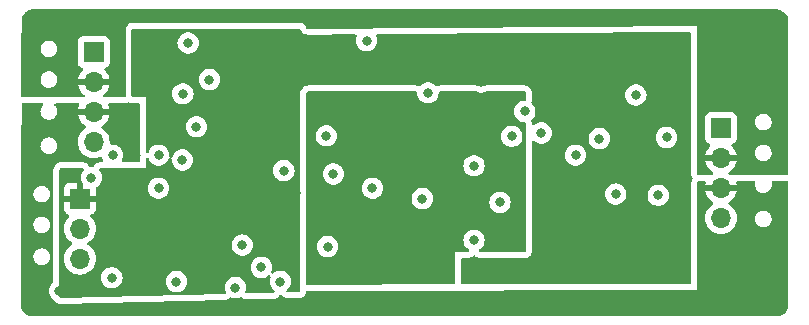
<source format=gbr>
%TF.GenerationSoftware,KiCad,Pcbnew,7.0.7*%
%TF.CreationDate,2024-03-01T11:29:19-05:00*%
%TF.ProjectId,Sh_mas,5368e96d-6173-42e6-9b69-6361645f7063,1.0*%
%TF.SameCoordinates,Original*%
%TF.FileFunction,Copper,L3,Inr*%
%TF.FilePolarity,Positive*%
%FSLAX46Y46*%
G04 Gerber Fmt 4.6, Leading zero omitted, Abs format (unit mm)*
G04 Created by KiCad (PCBNEW 7.0.7) date 2024-03-01 11:29:19*
%MOMM*%
%LPD*%
G01*
G04 APERTURE LIST*
%TA.AperFunction,ComponentPad*%
%ADD10R,1.700000X1.700000*%
%TD*%
%TA.AperFunction,ComponentPad*%
%ADD11O,1.700000X1.700000*%
%TD*%
%TA.AperFunction,ViaPad*%
%ADD12C,0.800000*%
%TD*%
%TA.AperFunction,Conductor*%
%ADD13C,0.250000*%
%TD*%
G04 APERTURE END LIST*
D10*
%TO.N,+12V*%
%TO.C,J1*%
X98500000Y-64960000D03*
D11*
%TO.N,Net-(J1-Pin_2)*%
X98500000Y-67500000D03*
%TO.N,Net-(J1-Pin_3)*%
X98500000Y-70040000D03*
%TO.N,GND*%
X98500000Y-72580000D03*
%TD*%
D10*
%TO.N,+12V*%
%TO.C,J3*%
X151600000Y-71400000D03*
D11*
%TO.N,Net-(J1-Pin_2)*%
X151600000Y-73940000D03*
%TO.N,Net-(J1-Pin_3)*%
X151600000Y-76480000D03*
%TO.N,GND*%
X151600000Y-79020000D03*
%TD*%
D10*
%TO.N,+5V*%
%TO.C,J4*%
X97325000Y-77375000D03*
D11*
%TO.N,Net-(J4-Pin_2)*%
X97325000Y-79915000D03*
%TO.N,GND*%
X97325000Y-82455000D03*
%TD*%
D12*
%TO.N,Net-(D1-K)*%
X139300000Y-73700000D03*
%TO.N,+5V*%
X115560099Y-82537005D03*
X147800000Y-70300000D03*
X131300000Y-67500000D03*
X140400000Y-81100000D03*
X139800000Y-67100000D03*
X134400000Y-84000000D03*
X137500000Y-70000000D03*
X114253009Y-79062995D03*
X137400000Y-78500000D03*
X140200000Y-84000000D03*
X98700000Y-84800000D03*
X135500000Y-67100000D03*
X95600000Y-85200000D03*
X137400000Y-84000000D03*
X109600000Y-72000000D03*
X137500000Y-64300000D03*
X131100000Y-83200000D03*
X115600000Y-76900000D03*
X133100000Y-66100000D03*
X108500000Y-64500000D03*
%TO.N,GND*%
X147000000Y-72200000D03*
X104000000Y-73700000D03*
X130700000Y-74600000D03*
X122100000Y-76500000D03*
X130700000Y-80900000D03*
X135000004Y-70000000D03*
X121600000Y-64000000D03*
X132900000Y-77700000D03*
X114600000Y-75000000D03*
X105500000Y-84400000D03*
X133900000Y-72100000D03*
X110506385Y-84906387D03*
X136399660Y-71826139D03*
X118800000Y-75300000D03*
X100036951Y-84075000D03*
X104000000Y-76500000D03*
X144400000Y-68600000D03*
X98300000Y-75600000D03*
X126800000Y-68425500D03*
X100100000Y-73700000D03*
X126318719Y-77381281D03*
X106048390Y-68502508D03*
X106000000Y-74100000D03*
X114300000Y-84400000D03*
X146300000Y-77100000D03*
X141300000Y-72300000D03*
X106500000Y-64200000D03*
%TO.N,+3.3V*%
X125400000Y-83000000D03*
X118950000Y-77950000D03*
X123800000Y-78200000D03*
X131125500Y-71800000D03*
X127075500Y-75150528D03*
X121400000Y-80500000D03*
X133000006Y-74000000D03*
X127200000Y-71200000D03*
X125485133Y-69074444D03*
%TO.N,+12V*%
X142700000Y-77000000D03*
%TO.N,/SCLA*%
X111077051Y-81312561D03*
%TO.N,/SDAA*%
X112700000Y-83200000D03*
%TO.N,/SCLB*%
X118191691Y-72066385D03*
%TO.N,/SDAB*%
X118300000Y-81444500D03*
%TO.N,Net-(U6-CANH)*%
X107200000Y-71300000D03*
%TO.N,Net-(U6-CANL)*%
X108300000Y-67300000D03*
%TD*%
D13*
%TO.N,Net-(J4-Pin_2)*%
X97325000Y-79915000D02*
X97515000Y-79915000D01*
%TD*%
%TA.AperFunction,Conductor*%
%TO.N,+5V*%
G36*
X116000000Y-68300000D02*
G01*
X116000000Y-85179001D01*
X115980315Y-85246040D01*
X115927511Y-85291795D01*
X115879038Y-85302964D01*
X114942213Y-85325925D01*
X114874712Y-85307889D01*
X114827677Y-85256222D01*
X114816042Y-85187328D01*
X114843501Y-85123080D01*
X114866284Y-85101649D01*
X114905871Y-85072888D01*
X115032533Y-84932216D01*
X115127179Y-84768284D01*
X115185674Y-84588256D01*
X115205460Y-84400000D01*
X115185674Y-84211744D01*
X115127179Y-84031716D01*
X115032533Y-83867784D01*
X114905871Y-83727112D01*
X114893752Y-83718307D01*
X114752734Y-83615851D01*
X114752729Y-83615848D01*
X114579807Y-83538857D01*
X114579802Y-83538855D01*
X114434001Y-83507865D01*
X114394646Y-83499500D01*
X114205354Y-83499500D01*
X114172897Y-83506398D01*
X114020197Y-83538855D01*
X114020192Y-83538857D01*
X113847270Y-83615848D01*
X113847265Y-83615851D01*
X113716782Y-83710653D01*
X113650976Y-83734133D01*
X113582922Y-83718307D01*
X113534227Y-83668201D01*
X113520352Y-83599723D01*
X113525966Y-83572017D01*
X113535464Y-83542785D01*
X113585674Y-83388256D01*
X113605460Y-83200000D01*
X113585674Y-83011744D01*
X113527179Y-82831716D01*
X113432533Y-82667784D01*
X113305871Y-82527112D01*
X113305870Y-82527111D01*
X113152734Y-82415851D01*
X113152729Y-82415848D01*
X112979807Y-82338857D01*
X112979802Y-82338855D01*
X112834000Y-82307865D01*
X112794646Y-82299500D01*
X112605354Y-82299500D01*
X112572897Y-82306398D01*
X112420197Y-82338855D01*
X112420192Y-82338857D01*
X112247270Y-82415848D01*
X112247265Y-82415851D01*
X112094129Y-82527111D01*
X111967466Y-82667785D01*
X111872821Y-82831715D01*
X111872818Y-82831722D01*
X111814327Y-83011740D01*
X111814326Y-83011744D01*
X111794540Y-83200000D01*
X111814326Y-83388256D01*
X111814327Y-83388259D01*
X111872818Y-83568277D01*
X111872821Y-83568284D01*
X111967467Y-83732216D01*
X112019551Y-83790061D01*
X112094129Y-83872888D01*
X112247265Y-83984148D01*
X112247270Y-83984151D01*
X112420192Y-84061142D01*
X112420197Y-84061144D01*
X112605354Y-84100500D01*
X112605355Y-84100500D01*
X112794644Y-84100500D01*
X112794646Y-84100500D01*
X112979803Y-84061144D01*
X113152730Y-83984151D01*
X113283220Y-83889344D01*
X113349022Y-83865866D01*
X113417076Y-83881691D01*
X113465771Y-83931797D01*
X113479647Y-84000275D01*
X113474033Y-84027982D01*
X113443408Y-84122238D01*
X113414326Y-84211744D01*
X113394540Y-84400000D01*
X113414326Y-84588256D01*
X113414327Y-84588259D01*
X113472818Y-84768277D01*
X113472821Y-84768284D01*
X113567467Y-84932216D01*
X113694127Y-85072886D01*
X113694129Y-85072888D01*
X113775426Y-85131954D01*
X113818092Y-85187284D01*
X113824071Y-85256897D01*
X113791465Y-85318692D01*
X113730626Y-85353050D01*
X113705579Y-85356235D01*
X111462899Y-85411202D01*
X111395398Y-85393166D01*
X111348363Y-85341499D01*
X111336728Y-85272605D01*
X111341927Y-85248930D01*
X111392059Y-85094643D01*
X111411845Y-84906387D01*
X111392059Y-84718131D01*
X111333564Y-84538103D01*
X111238918Y-84374171D01*
X111112256Y-84233499D01*
X111082313Y-84211744D01*
X110959119Y-84122238D01*
X110959114Y-84122235D01*
X110786192Y-84045244D01*
X110786187Y-84045242D01*
X110640385Y-84014252D01*
X110601031Y-84005887D01*
X110411739Y-84005887D01*
X110379282Y-84012785D01*
X110226582Y-84045242D01*
X110226577Y-84045244D01*
X110053655Y-84122235D01*
X110053650Y-84122238D01*
X109900514Y-84233498D01*
X109773851Y-84374172D01*
X109679206Y-84538102D01*
X109679203Y-84538109D01*
X109620712Y-84718127D01*
X109620711Y-84718131D01*
X109600925Y-84906387D01*
X109620711Y-85094643D01*
X109620712Y-85094646D01*
X109679203Y-85274664D01*
X109681847Y-85280601D01*
X109679825Y-85281501D01*
X109693880Y-85339482D01*
X109671016Y-85405505D01*
X109616087Y-85448685D01*
X109573060Y-85457522D01*
X95727038Y-85796886D01*
X95659537Y-85778850D01*
X95612502Y-85727183D01*
X95600000Y-85672923D01*
X95600000Y-84075000D01*
X99131491Y-84075000D01*
X99151277Y-84263256D01*
X99151278Y-84263259D01*
X99209769Y-84443277D01*
X99209772Y-84443284D01*
X99304418Y-84607216D01*
X99404283Y-84718127D01*
X99431080Y-84747888D01*
X99584216Y-84859148D01*
X99584221Y-84859151D01*
X99757143Y-84936142D01*
X99757148Y-84936144D01*
X99942305Y-84975500D01*
X99942306Y-84975500D01*
X100131595Y-84975500D01*
X100131597Y-84975500D01*
X100316754Y-84936144D01*
X100489681Y-84859151D01*
X100642822Y-84747888D01*
X100769484Y-84607216D01*
X100864130Y-84443284D01*
X100878194Y-84400000D01*
X104594540Y-84400000D01*
X104614326Y-84588256D01*
X104614327Y-84588259D01*
X104672818Y-84768277D01*
X104672821Y-84768284D01*
X104767467Y-84932216D01*
X104894127Y-85072886D01*
X104894129Y-85072888D01*
X105047265Y-85184148D01*
X105047270Y-85184151D01*
X105220192Y-85261142D01*
X105220197Y-85261144D01*
X105405354Y-85300500D01*
X105405355Y-85300500D01*
X105594644Y-85300500D01*
X105594646Y-85300500D01*
X105779803Y-85261144D01*
X105952730Y-85184151D01*
X106105871Y-85072888D01*
X106232533Y-84932216D01*
X106327179Y-84768284D01*
X106385674Y-84588256D01*
X106405460Y-84400000D01*
X106385674Y-84211744D01*
X106327179Y-84031716D01*
X106232533Y-83867784D01*
X106105871Y-83727112D01*
X106093752Y-83718307D01*
X105952734Y-83615851D01*
X105952729Y-83615848D01*
X105779807Y-83538857D01*
X105779802Y-83538855D01*
X105634001Y-83507865D01*
X105594646Y-83499500D01*
X105405354Y-83499500D01*
X105372897Y-83506398D01*
X105220197Y-83538855D01*
X105220192Y-83538857D01*
X105047270Y-83615848D01*
X105047265Y-83615851D01*
X104894129Y-83727111D01*
X104767466Y-83867785D01*
X104672821Y-84031715D01*
X104672818Y-84031722D01*
X104643408Y-84122238D01*
X104614326Y-84211744D01*
X104594540Y-84400000D01*
X100878194Y-84400000D01*
X100922625Y-84263256D01*
X100942411Y-84075000D01*
X100922625Y-83886744D01*
X100864130Y-83706716D01*
X100769484Y-83542784D01*
X100642822Y-83402112D01*
X100623751Y-83388256D01*
X100489685Y-83290851D01*
X100489680Y-83290848D01*
X100316758Y-83213857D01*
X100316753Y-83213855D01*
X100170952Y-83182865D01*
X100131597Y-83174500D01*
X99942305Y-83174500D01*
X99909848Y-83181398D01*
X99757148Y-83213855D01*
X99757143Y-83213857D01*
X99584221Y-83290848D01*
X99584216Y-83290851D01*
X99431080Y-83402111D01*
X99304417Y-83542785D01*
X99209772Y-83706715D01*
X99209769Y-83706722D01*
X99157437Y-83867785D01*
X99151277Y-83886744D01*
X99131491Y-84075000D01*
X95600000Y-84075000D01*
X95600000Y-74924000D01*
X95619685Y-74856961D01*
X95672489Y-74811206D01*
X95724000Y-74800000D01*
X97530073Y-74800000D01*
X97597112Y-74819685D01*
X97642867Y-74872489D01*
X97652811Y-74941647D01*
X97623786Y-75005203D01*
X97622292Y-75006893D01*
X97567467Y-75067784D01*
X97567465Y-75067785D01*
X97567464Y-75067788D01*
X97472821Y-75231715D01*
X97472818Y-75231722D01*
X97428449Y-75368277D01*
X97414326Y-75411744D01*
X97394540Y-75600000D01*
X97414326Y-75788256D01*
X97414327Y-75788259D01*
X97472818Y-75968277D01*
X97472821Y-75968284D01*
X97558387Y-76116489D01*
X97575000Y-76178489D01*
X97575000Y-76762698D01*
X97555315Y-76829737D01*
X97502511Y-76875492D01*
X97433355Y-76885436D01*
X97360766Y-76875000D01*
X97360763Y-76875000D01*
X97289237Y-76875000D01*
X97289233Y-76875000D01*
X97216645Y-76885436D01*
X97147487Y-76875492D01*
X97094684Y-76829736D01*
X97075000Y-76762698D01*
X97075000Y-76025000D01*
X96427155Y-76025000D01*
X96367627Y-76031401D01*
X96367620Y-76031403D01*
X96232913Y-76081645D01*
X96232906Y-76081649D01*
X96117812Y-76167809D01*
X96117809Y-76167812D01*
X96031649Y-76282906D01*
X96031645Y-76282913D01*
X95981403Y-76417620D01*
X95981401Y-76417627D01*
X95975000Y-76477155D01*
X95975000Y-76477172D01*
X95974999Y-77124999D01*
X95975000Y-77125000D01*
X96711653Y-77125000D01*
X96778692Y-77144685D01*
X96824447Y-77197489D01*
X96834391Y-77266647D01*
X96830631Y-77283933D01*
X96825000Y-77303111D01*
X96825000Y-77446888D01*
X96830631Y-77466067D01*
X96830630Y-77535936D01*
X96792855Y-77594714D01*
X96729299Y-77623738D01*
X96711653Y-77625000D01*
X95975000Y-77625000D01*
X95975000Y-78272844D01*
X95981401Y-78332372D01*
X95981403Y-78332379D01*
X96031645Y-78467086D01*
X96031649Y-78467093D01*
X96117809Y-78582187D01*
X96117812Y-78582190D01*
X96232906Y-78668350D01*
X96232913Y-78668354D01*
X96364470Y-78717421D01*
X96420403Y-78759292D01*
X96444821Y-78824756D01*
X96429970Y-78893029D01*
X96408819Y-78921284D01*
X96286503Y-79043600D01*
X96150965Y-79237169D01*
X96150964Y-79237171D01*
X96051098Y-79451335D01*
X96051094Y-79451344D01*
X95989938Y-79679586D01*
X95989936Y-79679596D01*
X95969341Y-79914999D01*
X95969341Y-79915000D01*
X95989936Y-80150403D01*
X95989938Y-80150413D01*
X96051094Y-80378655D01*
X96051096Y-80378659D01*
X96051097Y-80378663D01*
X96120926Y-80528412D01*
X96150965Y-80592830D01*
X96150967Y-80592834D01*
X96286501Y-80786395D01*
X96286506Y-80786402D01*
X96453597Y-80953493D01*
X96453603Y-80953498D01*
X96639158Y-81083425D01*
X96682783Y-81138002D01*
X96689977Y-81207500D01*
X96658454Y-81269855D01*
X96639158Y-81286575D01*
X96453597Y-81416505D01*
X96286505Y-81583597D01*
X96150965Y-81777169D01*
X96150964Y-81777171D01*
X96051098Y-81991335D01*
X96051094Y-81991344D01*
X95989938Y-82219586D01*
X95989936Y-82219596D01*
X95969341Y-82454999D01*
X95969341Y-82455000D01*
X95989936Y-82690403D01*
X95989938Y-82690413D01*
X96051094Y-82918655D01*
X96051096Y-82918659D01*
X96051097Y-82918663D01*
X96094500Y-83011740D01*
X96150965Y-83132830D01*
X96150967Y-83132834D01*
X96259281Y-83287521D01*
X96286505Y-83326401D01*
X96453599Y-83493495D01*
X96550384Y-83561264D01*
X96647165Y-83629032D01*
X96647167Y-83629033D01*
X96647170Y-83629035D01*
X96861337Y-83728903D01*
X97089592Y-83790063D01*
X97277918Y-83806539D01*
X97324999Y-83810659D01*
X97325000Y-83810659D01*
X97325001Y-83810659D01*
X97364234Y-83807226D01*
X97560408Y-83790063D01*
X97788663Y-83728903D01*
X98002830Y-83629035D01*
X98196401Y-83493495D01*
X98363495Y-83326401D01*
X98499035Y-83132830D01*
X98598903Y-82918663D01*
X98660063Y-82690408D01*
X98680659Y-82455000D01*
X98660063Y-82219592D01*
X98598903Y-81991337D01*
X98499035Y-81777171D01*
X98431583Y-81680838D01*
X98363494Y-81583597D01*
X98196402Y-81416506D01*
X98196396Y-81416501D01*
X98047954Y-81312561D01*
X110171591Y-81312561D01*
X110191377Y-81500817D01*
X110191378Y-81500820D01*
X110249869Y-81680838D01*
X110249872Y-81680845D01*
X110344518Y-81844777D01*
X110471179Y-81985449D01*
X110471180Y-81985449D01*
X110624316Y-82096709D01*
X110624321Y-82096712D01*
X110797243Y-82173703D01*
X110797248Y-82173705D01*
X110982405Y-82213061D01*
X110982406Y-82213061D01*
X111171695Y-82213061D01*
X111171697Y-82213061D01*
X111356854Y-82173705D01*
X111529781Y-82096712D01*
X111682922Y-81985449D01*
X111809584Y-81844777D01*
X111904230Y-81680845D01*
X111962725Y-81500817D01*
X111982511Y-81312561D01*
X111962725Y-81124305D01*
X111904230Y-80944277D01*
X111809584Y-80780345D01*
X111682922Y-80639673D01*
X111682921Y-80639672D01*
X111529785Y-80528412D01*
X111529780Y-80528409D01*
X111356858Y-80451418D01*
X111356853Y-80451416D01*
X111211052Y-80420426D01*
X111171697Y-80412061D01*
X110982405Y-80412061D01*
X110949948Y-80418959D01*
X110797248Y-80451416D01*
X110797243Y-80451418D01*
X110624321Y-80528409D01*
X110624316Y-80528412D01*
X110471180Y-80639672D01*
X110344517Y-80780346D01*
X110249872Y-80944276D01*
X110249869Y-80944283D01*
X110202837Y-81089035D01*
X110191377Y-81124305D01*
X110171591Y-81312561D01*
X98047954Y-81312561D01*
X98010842Y-81286575D01*
X97967217Y-81231998D01*
X97960023Y-81162500D01*
X97991546Y-81100145D01*
X98010842Y-81083425D01*
X98033026Y-81067891D01*
X98196401Y-80953495D01*
X98363495Y-80786401D01*
X98499035Y-80592830D01*
X98598903Y-80378663D01*
X98660063Y-80150408D01*
X98680659Y-79915000D01*
X98660063Y-79679592D01*
X98598903Y-79451337D01*
X98499035Y-79237171D01*
X98363495Y-79043599D01*
X98241179Y-78921283D01*
X98207696Y-78859963D01*
X98212680Y-78790271D01*
X98254551Y-78734337D01*
X98285529Y-78717422D01*
X98417086Y-78668354D01*
X98417093Y-78668350D01*
X98532187Y-78582190D01*
X98532190Y-78582187D01*
X98618350Y-78467093D01*
X98618354Y-78467086D01*
X98668596Y-78332379D01*
X98668598Y-78332372D01*
X98674999Y-78272844D01*
X98675000Y-78272827D01*
X98675000Y-77625000D01*
X97938347Y-77625000D01*
X97871308Y-77605315D01*
X97825553Y-77552511D01*
X97815609Y-77483353D01*
X97819369Y-77466067D01*
X97825000Y-77446888D01*
X97825000Y-77303111D01*
X97819369Y-77283933D01*
X97819370Y-77214064D01*
X97857145Y-77155286D01*
X97920701Y-77126262D01*
X97938347Y-77125000D01*
X98675000Y-77125000D01*
X98675000Y-76500000D01*
X103094540Y-76500000D01*
X103114326Y-76688256D01*
X103114327Y-76688259D01*
X103172818Y-76868277D01*
X103172821Y-76868284D01*
X103267467Y-77032216D01*
X103352147Y-77126262D01*
X103394129Y-77172888D01*
X103547265Y-77284148D01*
X103547270Y-77284151D01*
X103720192Y-77361142D01*
X103720197Y-77361144D01*
X103905354Y-77400500D01*
X103905355Y-77400500D01*
X104094644Y-77400500D01*
X104094646Y-77400500D01*
X104279803Y-77361144D01*
X104452730Y-77284151D01*
X104605871Y-77172888D01*
X104732533Y-77032216D01*
X104827179Y-76868284D01*
X104885674Y-76688256D01*
X104905460Y-76500000D01*
X104885674Y-76311744D01*
X104831112Y-76143823D01*
X104827181Y-76131722D01*
X104827180Y-76131721D01*
X104827179Y-76131716D01*
X104732533Y-75967784D01*
X104605871Y-75827112D01*
X104605870Y-75827111D01*
X104452734Y-75715851D01*
X104452729Y-75715848D01*
X104279807Y-75638857D01*
X104279802Y-75638855D01*
X104134001Y-75607865D01*
X104094646Y-75599500D01*
X103905354Y-75599500D01*
X103872897Y-75606398D01*
X103720197Y-75638855D01*
X103720192Y-75638857D01*
X103547270Y-75715848D01*
X103547265Y-75715851D01*
X103394129Y-75827111D01*
X103267466Y-75967785D01*
X103172821Y-76131715D01*
X103172818Y-76131722D01*
X103114327Y-76311740D01*
X103114326Y-76311744D01*
X103094540Y-76500000D01*
X98675000Y-76500000D01*
X98675000Y-76499285D01*
X98694685Y-76432246D01*
X98747489Y-76386491D01*
X98748462Y-76386051D01*
X98752730Y-76384151D01*
X98905871Y-76272888D01*
X99032533Y-76132216D01*
X99127179Y-75968284D01*
X99185674Y-75788256D01*
X99205460Y-75600000D01*
X99185674Y-75411744D01*
X99127179Y-75231716D01*
X99032533Y-75067784D01*
X98977775Y-75006969D01*
X98947547Y-74943981D01*
X98956172Y-74874646D01*
X99000913Y-74820980D01*
X99067566Y-74800022D01*
X99069927Y-74800000D01*
X102900000Y-74800000D01*
X102900000Y-74011533D01*
X102919685Y-73944494D01*
X102972489Y-73898739D01*
X103041647Y-73888795D01*
X103105203Y-73917820D01*
X103141931Y-73973215D01*
X103172818Y-74068278D01*
X103172821Y-74068284D01*
X103267467Y-74232216D01*
X103352911Y-74327111D01*
X103394129Y-74372888D01*
X103547265Y-74484148D01*
X103547270Y-74484151D01*
X103720192Y-74561142D01*
X103720197Y-74561144D01*
X103905354Y-74600500D01*
X103905355Y-74600500D01*
X104094644Y-74600500D01*
X104094646Y-74600500D01*
X104279803Y-74561144D01*
X104452730Y-74484151D01*
X104605871Y-74372888D01*
X104732533Y-74232216D01*
X104827179Y-74068284D01*
X104862733Y-73958860D01*
X104894218Y-73912814D01*
X105064698Y-73912814D01*
X105086850Y-73933145D01*
X105104612Y-74000719D01*
X105103984Y-74010139D01*
X105094540Y-74099999D01*
X105094540Y-74100000D01*
X105114326Y-74288256D01*
X105114327Y-74288259D01*
X105172818Y-74468277D01*
X105172821Y-74468284D01*
X105267467Y-74632216D01*
X105394129Y-74772887D01*
X105394129Y-74772888D01*
X105547265Y-74884148D01*
X105547270Y-74884151D01*
X105720192Y-74961142D01*
X105720197Y-74961144D01*
X105905354Y-75000500D01*
X105905355Y-75000500D01*
X106094644Y-75000500D01*
X106094646Y-75000500D01*
X106096998Y-75000000D01*
X113694540Y-75000000D01*
X113714326Y-75188256D01*
X113714327Y-75188259D01*
X113772818Y-75368277D01*
X113772821Y-75368284D01*
X113867467Y-75532216D01*
X113963487Y-75638857D01*
X113994129Y-75672888D01*
X114147265Y-75784148D01*
X114147270Y-75784151D01*
X114320192Y-75861142D01*
X114320197Y-75861144D01*
X114505354Y-75900500D01*
X114505355Y-75900500D01*
X114694644Y-75900500D01*
X114694646Y-75900500D01*
X114879803Y-75861144D01*
X115052730Y-75784151D01*
X115205871Y-75672888D01*
X115332533Y-75532216D01*
X115427179Y-75368284D01*
X115485674Y-75188256D01*
X115505460Y-75000000D01*
X115485674Y-74811744D01*
X115431112Y-74643823D01*
X115427181Y-74631722D01*
X115427180Y-74631721D01*
X115427179Y-74631716D01*
X115332533Y-74467784D01*
X115205871Y-74327112D01*
X115205870Y-74327111D01*
X115052734Y-74215851D01*
X115052729Y-74215848D01*
X114879807Y-74138857D01*
X114879802Y-74138855D01*
X114734001Y-74107865D01*
X114694646Y-74099500D01*
X114505354Y-74099500D01*
X114472897Y-74106398D01*
X114320197Y-74138855D01*
X114320192Y-74138857D01*
X114147270Y-74215848D01*
X114147265Y-74215851D01*
X113994129Y-74327111D01*
X113867466Y-74467785D01*
X113772821Y-74631715D01*
X113772818Y-74631722D01*
X113714501Y-74811206D01*
X113714326Y-74811744D01*
X113694540Y-75000000D01*
X106096998Y-75000000D01*
X106279803Y-74961144D01*
X106452730Y-74884151D01*
X106605871Y-74772888D01*
X106732533Y-74632216D01*
X106827179Y-74468284D01*
X106885674Y-74288256D01*
X106905460Y-74100000D01*
X106885674Y-73911744D01*
X106827179Y-73731716D01*
X106732533Y-73567784D01*
X106605871Y-73427112D01*
X106605420Y-73426784D01*
X106452734Y-73315851D01*
X106452729Y-73315848D01*
X106279807Y-73238857D01*
X106279802Y-73238855D01*
X106134001Y-73207865D01*
X106094646Y-73199500D01*
X105905354Y-73199500D01*
X105872897Y-73206398D01*
X105720197Y-73238855D01*
X105720192Y-73238857D01*
X105547270Y-73315848D01*
X105547265Y-73315851D01*
X105394129Y-73427111D01*
X105267466Y-73567785D01*
X105172821Y-73731715D01*
X105172818Y-73731722D01*
X105137267Y-73841138D01*
X105097829Y-73898814D01*
X105064698Y-73912814D01*
X104894218Y-73912814D01*
X104902169Y-73901186D01*
X104935300Y-73887183D01*
X104913149Y-73866853D01*
X104895387Y-73799279D01*
X104896013Y-73789878D01*
X104905460Y-73700000D01*
X104885674Y-73511744D01*
X104827179Y-73331716D01*
X104732533Y-73167784D01*
X104605871Y-73027112D01*
X104605870Y-73027111D01*
X104452734Y-72915851D01*
X104452729Y-72915848D01*
X104279807Y-72838857D01*
X104279802Y-72838855D01*
X104134000Y-72807865D01*
X104094646Y-72799500D01*
X103905354Y-72799500D01*
X103872897Y-72806398D01*
X103720197Y-72838855D01*
X103720192Y-72838857D01*
X103547270Y-72915848D01*
X103547265Y-72915851D01*
X103394129Y-73027111D01*
X103267466Y-73167785D01*
X103172821Y-73331715D01*
X103172818Y-73331722D01*
X103141931Y-73426784D01*
X103102493Y-73484460D01*
X103038135Y-73511658D01*
X102969288Y-73499743D01*
X102917813Y-73452499D01*
X102900000Y-73388466D01*
X102900000Y-71300000D01*
X106294540Y-71300000D01*
X106314326Y-71488256D01*
X106314327Y-71488259D01*
X106372818Y-71668277D01*
X106372821Y-71668284D01*
X106467467Y-71832216D01*
X106530455Y-71902171D01*
X106594129Y-71972888D01*
X106747265Y-72084148D01*
X106747270Y-72084151D01*
X106920192Y-72161142D01*
X106920197Y-72161144D01*
X107105354Y-72200500D01*
X107105355Y-72200500D01*
X107294644Y-72200500D01*
X107294646Y-72200500D01*
X107479803Y-72161144D01*
X107652730Y-72084151D01*
X107805871Y-71972888D01*
X107932533Y-71832216D01*
X108027179Y-71668284D01*
X108085674Y-71488256D01*
X108105460Y-71300000D01*
X108085674Y-71111744D01*
X108027179Y-70931716D01*
X107932533Y-70767784D01*
X107805871Y-70627112D01*
X107805870Y-70627111D01*
X107652734Y-70515851D01*
X107652729Y-70515848D01*
X107479807Y-70438857D01*
X107479802Y-70438855D01*
X107334000Y-70407865D01*
X107294646Y-70399500D01*
X107105354Y-70399500D01*
X107072897Y-70406398D01*
X106920197Y-70438855D01*
X106920192Y-70438857D01*
X106747270Y-70515848D01*
X106747265Y-70515851D01*
X106594129Y-70627111D01*
X106467466Y-70767785D01*
X106372821Y-70931715D01*
X106372818Y-70931722D01*
X106325129Y-71078495D01*
X106314326Y-71111744D01*
X106294540Y-71300000D01*
X102900000Y-71300000D01*
X102900000Y-68800000D01*
X101824000Y-68800000D01*
X101756961Y-68780315D01*
X101711206Y-68727511D01*
X101700000Y-68676000D01*
X101700000Y-68502508D01*
X105142930Y-68502508D01*
X105162716Y-68690764D01*
X105162717Y-68690767D01*
X105221208Y-68870785D01*
X105221211Y-68870792D01*
X105315857Y-69034724D01*
X105436399Y-69168599D01*
X105442519Y-69175396D01*
X105595655Y-69286656D01*
X105595660Y-69286659D01*
X105768582Y-69363650D01*
X105768587Y-69363652D01*
X105953744Y-69403008D01*
X105953745Y-69403008D01*
X106143034Y-69403008D01*
X106143036Y-69403008D01*
X106328193Y-69363652D01*
X106501120Y-69286659D01*
X106654261Y-69175396D01*
X106780923Y-69034724D01*
X106875569Y-68870792D01*
X106934064Y-68690764D01*
X106953850Y-68502508D01*
X106934064Y-68314252D01*
X106875569Y-68134224D01*
X106780923Y-67970292D01*
X106654261Y-67829620D01*
X106654260Y-67829619D01*
X106501124Y-67718359D01*
X106501119Y-67718356D01*
X106328197Y-67641365D01*
X106328192Y-67641363D01*
X106182391Y-67610373D01*
X106143036Y-67602008D01*
X105953744Y-67602008D01*
X105921287Y-67608906D01*
X105768587Y-67641363D01*
X105768582Y-67641365D01*
X105595660Y-67718356D01*
X105595655Y-67718359D01*
X105442519Y-67829619D01*
X105315856Y-67970293D01*
X105221211Y-68134223D01*
X105221208Y-68134230D01*
X105162717Y-68314248D01*
X105162716Y-68314252D01*
X105142930Y-68502508D01*
X101700000Y-68502508D01*
X101700000Y-67300000D01*
X107394540Y-67300000D01*
X107414326Y-67488256D01*
X107414327Y-67488259D01*
X107472818Y-67668277D01*
X107472821Y-67668284D01*
X107567467Y-67832216D01*
X107685823Y-67963663D01*
X107694129Y-67972888D01*
X107847265Y-68084148D01*
X107847270Y-68084151D01*
X108020192Y-68161142D01*
X108020197Y-68161144D01*
X108205354Y-68200500D01*
X108205355Y-68200500D01*
X108394644Y-68200500D01*
X108394646Y-68200500D01*
X108579803Y-68161144D01*
X108752730Y-68084151D01*
X108905871Y-67972888D01*
X109032533Y-67832216D01*
X109127179Y-67668284D01*
X109185674Y-67488256D01*
X109205460Y-67300000D01*
X109185674Y-67111744D01*
X109127179Y-66931716D01*
X109032533Y-66767784D01*
X108905871Y-66627112D01*
X108905870Y-66627111D01*
X108752734Y-66515851D01*
X108752729Y-66515848D01*
X108579807Y-66438857D01*
X108579802Y-66438855D01*
X108434001Y-66407865D01*
X108394646Y-66399500D01*
X108205354Y-66399500D01*
X108172897Y-66406398D01*
X108020197Y-66438855D01*
X108020192Y-66438857D01*
X107847270Y-66515848D01*
X107847265Y-66515851D01*
X107694129Y-66627111D01*
X107567466Y-66767785D01*
X107472821Y-66931715D01*
X107472818Y-66931722D01*
X107438827Y-67036337D01*
X107414326Y-67111744D01*
X107394540Y-67300000D01*
X101700000Y-67300000D01*
X101700000Y-64200000D01*
X105594540Y-64200000D01*
X105614326Y-64388256D01*
X105614327Y-64388259D01*
X105672818Y-64568277D01*
X105672821Y-64568284D01*
X105767467Y-64732216D01*
X105890513Y-64868872D01*
X105894129Y-64872888D01*
X106047265Y-64984148D01*
X106047270Y-64984151D01*
X106220192Y-65061142D01*
X106220197Y-65061144D01*
X106405354Y-65100500D01*
X106405355Y-65100500D01*
X106594644Y-65100500D01*
X106594646Y-65100500D01*
X106779803Y-65061144D01*
X106952730Y-64984151D01*
X107105871Y-64872888D01*
X107232533Y-64732216D01*
X107327179Y-64568284D01*
X107385674Y-64388256D01*
X107405460Y-64200000D01*
X107385674Y-64011744D01*
X107327179Y-63831716D01*
X107232533Y-63667784D01*
X107105871Y-63527112D01*
X107105870Y-63527111D01*
X106952734Y-63415851D01*
X106952729Y-63415848D01*
X106779807Y-63338857D01*
X106779802Y-63338855D01*
X106634001Y-63307865D01*
X106594646Y-63299500D01*
X106405354Y-63299500D01*
X106372897Y-63306398D01*
X106220197Y-63338855D01*
X106220192Y-63338857D01*
X106047270Y-63415848D01*
X106047265Y-63415851D01*
X105894129Y-63527111D01*
X105767466Y-63667785D01*
X105672821Y-63831715D01*
X105672818Y-63831722D01*
X105618304Y-63999500D01*
X105614326Y-64011744D01*
X105594540Y-64200000D01*
X101700000Y-64200000D01*
X101700000Y-63124000D01*
X101719685Y-63056961D01*
X101772489Y-63011206D01*
X101824000Y-63000000D01*
X116000000Y-63000000D01*
X116000000Y-68300000D01*
G37*
%TD.AperFunction*%
%TD*%
%TA.AperFunction,Conductor*%
%TO.N,+3.3V*%
G36*
X125837579Y-68319685D02*
G01*
X125883334Y-68372489D01*
X125893469Y-68419078D01*
X125893861Y-68419037D01*
X125894235Y-68422600D01*
X125894540Y-68424000D01*
X125894540Y-68425497D01*
X125894540Y-68425500D01*
X125914326Y-68613756D01*
X125914327Y-68613759D01*
X125972818Y-68793777D01*
X125972821Y-68793784D01*
X126067467Y-68957716D01*
X126181167Y-69083992D01*
X126194129Y-69098388D01*
X126347265Y-69209648D01*
X126347270Y-69209651D01*
X126520192Y-69286642D01*
X126520197Y-69286644D01*
X126705354Y-69326000D01*
X126705355Y-69326000D01*
X126894644Y-69326000D01*
X126894646Y-69326000D01*
X127079803Y-69286644D01*
X127252730Y-69209651D01*
X127405871Y-69098388D01*
X127532533Y-68957716D01*
X127627179Y-68793784D01*
X127685674Y-68613756D01*
X127705460Y-68425500D01*
X127705460Y-68425497D01*
X127705460Y-68424000D01*
X127705705Y-68423165D01*
X127706139Y-68419037D01*
X127706894Y-68419116D01*
X127725145Y-68356961D01*
X127777949Y-68311206D01*
X127829460Y-68300000D01*
X130856510Y-68300000D01*
X130906946Y-68310721D01*
X131020192Y-68361142D01*
X131020197Y-68361144D01*
X131205354Y-68400500D01*
X131205355Y-68400500D01*
X131394644Y-68400500D01*
X131394646Y-68400500D01*
X131579803Y-68361144D01*
X131637777Y-68335331D01*
X131693054Y-68310721D01*
X131743490Y-68300000D01*
X134976000Y-68300000D01*
X135043039Y-68319685D01*
X135088794Y-68372489D01*
X135100000Y-68424000D01*
X135100000Y-68975500D01*
X135080315Y-69042539D01*
X135027511Y-69088294D01*
X134976000Y-69099500D01*
X134905358Y-69099500D01*
X134872901Y-69106398D01*
X134720201Y-69138855D01*
X134720196Y-69138857D01*
X134547274Y-69215848D01*
X134547269Y-69215851D01*
X134394133Y-69327111D01*
X134267470Y-69467785D01*
X134172825Y-69631715D01*
X134172822Y-69631722D01*
X134121218Y-69790545D01*
X134114330Y-69811744D01*
X134094544Y-70000000D01*
X134114330Y-70188256D01*
X134114331Y-70188259D01*
X134172822Y-70368277D01*
X134172825Y-70368284D01*
X134267471Y-70532216D01*
X134394133Y-70672888D01*
X134547269Y-70784148D01*
X134547274Y-70784151D01*
X134720196Y-70861142D01*
X134720201Y-70861144D01*
X134905358Y-70900500D01*
X134905359Y-70900500D01*
X134976000Y-70900500D01*
X135043039Y-70920185D01*
X135088794Y-70972989D01*
X135100000Y-71024500D01*
X135100000Y-81776000D01*
X135080315Y-81843039D01*
X135027511Y-81888794D01*
X134976000Y-81900000D01*
X131237272Y-81900000D01*
X131170233Y-81880315D01*
X131124478Y-81827511D01*
X131114534Y-81758353D01*
X131143559Y-81694797D01*
X131164387Y-81675682D01*
X131223469Y-81632756D01*
X131305871Y-81572888D01*
X131432533Y-81432216D01*
X131527179Y-81268284D01*
X131585674Y-81088256D01*
X131605460Y-80900000D01*
X131585674Y-80711744D01*
X131527179Y-80531716D01*
X131432533Y-80367784D01*
X131305871Y-80227112D01*
X131305870Y-80227111D01*
X131152734Y-80115851D01*
X131152729Y-80115848D01*
X130979807Y-80038857D01*
X130979802Y-80038855D01*
X130834001Y-80007865D01*
X130794646Y-79999500D01*
X130605354Y-79999500D01*
X130572897Y-80006398D01*
X130420197Y-80038855D01*
X130420192Y-80038857D01*
X130247270Y-80115848D01*
X130247265Y-80115851D01*
X130094129Y-80227111D01*
X129967466Y-80367785D01*
X129872821Y-80531715D01*
X129872818Y-80531722D01*
X129825673Y-80676821D01*
X129814326Y-80711744D01*
X129794540Y-80900000D01*
X129814326Y-81088256D01*
X129814327Y-81088259D01*
X129872818Y-81268277D01*
X129872821Y-81268284D01*
X129967467Y-81432216D01*
X130069933Y-81546016D01*
X130094129Y-81572888D01*
X130235613Y-81675682D01*
X130278279Y-81731012D01*
X130284258Y-81800625D01*
X130251652Y-81862420D01*
X130190814Y-81896777D01*
X130162728Y-81900000D01*
X129100000Y-81900000D01*
X129100000Y-84526845D01*
X129080315Y-84593884D01*
X129027511Y-84639639D01*
X128976339Y-84650845D01*
X116629839Y-84684579D01*
X116562746Y-84665077D01*
X116516847Y-84612398D01*
X116505500Y-84560579D01*
X116505500Y-81444500D01*
X117394540Y-81444500D01*
X117414326Y-81632756D01*
X117414327Y-81632759D01*
X117472818Y-81812777D01*
X117472821Y-81812784D01*
X117567467Y-81976716D01*
X117686169Y-82108548D01*
X117694129Y-82117388D01*
X117847265Y-82228648D01*
X117847270Y-82228651D01*
X118020192Y-82305642D01*
X118020197Y-82305644D01*
X118205354Y-82345000D01*
X118205355Y-82345000D01*
X118394644Y-82345000D01*
X118394646Y-82345000D01*
X118579803Y-82305644D01*
X118752730Y-82228651D01*
X118905871Y-82117388D01*
X119032533Y-81976716D01*
X119127179Y-81812784D01*
X119185674Y-81632756D01*
X119205460Y-81444500D01*
X119185674Y-81256244D01*
X119127179Y-81076216D01*
X119032533Y-80912284D01*
X118905871Y-80771612D01*
X118905870Y-80771611D01*
X118752734Y-80660351D01*
X118752729Y-80660348D01*
X118579807Y-80583357D01*
X118579802Y-80583355D01*
X118434001Y-80552365D01*
X118394646Y-80544000D01*
X118205354Y-80544000D01*
X118172897Y-80550898D01*
X118020197Y-80583355D01*
X118020192Y-80583357D01*
X117847270Y-80660348D01*
X117847265Y-80660351D01*
X117694129Y-80771611D01*
X117567466Y-80912285D01*
X117472821Y-81076215D01*
X117472818Y-81076222D01*
X117414327Y-81256240D01*
X117414326Y-81256244D01*
X117394540Y-81444500D01*
X116505500Y-81444500D01*
X116505500Y-76500000D01*
X121194540Y-76500000D01*
X121214326Y-76688256D01*
X121214327Y-76688259D01*
X121272818Y-76868277D01*
X121272821Y-76868284D01*
X121367467Y-77032216D01*
X121480590Y-77157851D01*
X121494129Y-77172888D01*
X121647265Y-77284148D01*
X121647270Y-77284151D01*
X121820192Y-77361142D01*
X121820197Y-77361144D01*
X122005354Y-77400500D01*
X122005355Y-77400500D01*
X122194644Y-77400500D01*
X122194646Y-77400500D01*
X122285065Y-77381281D01*
X125413259Y-77381281D01*
X125433045Y-77569537D01*
X125433046Y-77569540D01*
X125491537Y-77749558D01*
X125491540Y-77749565D01*
X125586186Y-77913497D01*
X125691597Y-78030567D01*
X125712848Y-78054169D01*
X125865984Y-78165429D01*
X125865989Y-78165432D01*
X126038911Y-78242423D01*
X126038916Y-78242425D01*
X126224073Y-78281781D01*
X126224074Y-78281781D01*
X126413363Y-78281781D01*
X126413365Y-78281781D01*
X126598522Y-78242425D01*
X126771449Y-78165432D01*
X126924590Y-78054169D01*
X127051252Y-77913497D01*
X127145898Y-77749565D01*
X127162003Y-77700000D01*
X131994540Y-77700000D01*
X132014326Y-77888256D01*
X132014327Y-77888259D01*
X132072818Y-78068277D01*
X132072821Y-78068284D01*
X132167467Y-78232216D01*
X132291725Y-78370218D01*
X132294129Y-78372888D01*
X132447265Y-78484148D01*
X132447270Y-78484151D01*
X132620192Y-78561142D01*
X132620197Y-78561144D01*
X132805354Y-78600500D01*
X132805355Y-78600500D01*
X132994644Y-78600500D01*
X132994646Y-78600500D01*
X133179803Y-78561144D01*
X133352730Y-78484151D01*
X133505871Y-78372888D01*
X133632533Y-78232216D01*
X133727179Y-78068284D01*
X133785674Y-77888256D01*
X133805460Y-77700000D01*
X133785674Y-77511744D01*
X133727179Y-77331716D01*
X133632533Y-77167784D01*
X133505871Y-77027112D01*
X133486452Y-77013003D01*
X133352734Y-76915851D01*
X133352729Y-76915848D01*
X133179807Y-76838857D01*
X133179802Y-76838855D01*
X133034001Y-76807865D01*
X132994646Y-76799500D01*
X132805354Y-76799500D01*
X132772897Y-76806398D01*
X132620197Y-76838855D01*
X132620192Y-76838857D01*
X132447270Y-76915848D01*
X132447265Y-76915851D01*
X132294129Y-77027111D01*
X132167466Y-77167785D01*
X132072821Y-77331715D01*
X132072818Y-77331722D01*
X132018424Y-77499132D01*
X132014326Y-77511744D01*
X132002480Y-77624455D01*
X131996815Y-77678359D01*
X131994540Y-77700000D01*
X127162003Y-77700000D01*
X127204393Y-77569537D01*
X127224179Y-77381281D01*
X127204393Y-77193025D01*
X127145898Y-77012997D01*
X127051252Y-76849065D01*
X126924590Y-76708393D01*
X126896874Y-76688256D01*
X126771453Y-76597132D01*
X126771448Y-76597129D01*
X126598526Y-76520138D01*
X126598521Y-76520136D01*
X126452720Y-76489146D01*
X126413365Y-76480781D01*
X126224073Y-76480781D01*
X126191616Y-76487679D01*
X126038916Y-76520136D01*
X126038911Y-76520138D01*
X125865989Y-76597129D01*
X125865984Y-76597132D01*
X125712848Y-76708392D01*
X125586185Y-76849066D01*
X125491540Y-77012996D01*
X125491537Y-77013003D01*
X125434075Y-77189855D01*
X125433045Y-77193025D01*
X125413259Y-77381281D01*
X122285065Y-77381281D01*
X122379803Y-77361144D01*
X122552730Y-77284151D01*
X122705871Y-77172888D01*
X122832533Y-77032216D01*
X122927179Y-76868284D01*
X122985674Y-76688256D01*
X123005460Y-76500000D01*
X122985674Y-76311744D01*
X122927179Y-76131716D01*
X122832533Y-75967784D01*
X122705871Y-75827112D01*
X122696139Y-75820041D01*
X122552734Y-75715851D01*
X122552729Y-75715848D01*
X122379807Y-75638857D01*
X122379802Y-75638855D01*
X122234000Y-75607865D01*
X122194646Y-75599500D01*
X122005354Y-75599500D01*
X121972897Y-75606398D01*
X121820197Y-75638855D01*
X121820192Y-75638857D01*
X121647270Y-75715848D01*
X121647265Y-75715851D01*
X121494129Y-75827111D01*
X121367466Y-75967785D01*
X121272821Y-76131715D01*
X121272818Y-76131722D01*
X121217549Y-76301825D01*
X121214326Y-76311744D01*
X121194540Y-76500000D01*
X116505500Y-76500000D01*
X116505500Y-75300000D01*
X117894540Y-75300000D01*
X117914326Y-75488256D01*
X117914327Y-75488259D01*
X117972818Y-75668277D01*
X117972821Y-75668284D01*
X118067467Y-75832216D01*
X118183902Y-75961530D01*
X118194129Y-75972888D01*
X118347265Y-76084148D01*
X118347270Y-76084151D01*
X118520192Y-76161142D01*
X118520197Y-76161144D01*
X118705354Y-76200500D01*
X118705355Y-76200500D01*
X118894644Y-76200500D01*
X118894646Y-76200500D01*
X119079803Y-76161144D01*
X119252730Y-76084151D01*
X119405871Y-75972888D01*
X119532533Y-75832216D01*
X119627179Y-75668284D01*
X119685674Y-75488256D01*
X119705460Y-75300000D01*
X119685674Y-75111744D01*
X119627179Y-74931716D01*
X119532533Y-74767784D01*
X119405871Y-74627112D01*
X119405870Y-74627111D01*
X119368555Y-74600000D01*
X129794540Y-74600000D01*
X129814326Y-74788256D01*
X129814327Y-74788259D01*
X129872818Y-74968277D01*
X129872821Y-74968284D01*
X129967467Y-75132216D01*
X130042182Y-75215195D01*
X130094129Y-75272888D01*
X130247265Y-75384148D01*
X130247270Y-75384151D01*
X130420192Y-75461142D01*
X130420197Y-75461144D01*
X130605354Y-75500500D01*
X130605355Y-75500500D01*
X130794644Y-75500500D01*
X130794646Y-75500500D01*
X130979803Y-75461144D01*
X131152730Y-75384151D01*
X131305871Y-75272888D01*
X131432533Y-75132216D01*
X131527179Y-74968284D01*
X131585674Y-74788256D01*
X131605460Y-74600000D01*
X131585674Y-74411744D01*
X131527179Y-74231716D01*
X131432533Y-74067784D01*
X131305871Y-73927112D01*
X131222929Y-73866851D01*
X131152734Y-73815851D01*
X131152729Y-73815848D01*
X130979807Y-73738857D01*
X130979802Y-73738855D01*
X130834001Y-73707865D01*
X130794646Y-73699500D01*
X130605354Y-73699500D01*
X130572897Y-73706398D01*
X130420197Y-73738855D01*
X130420192Y-73738857D01*
X130247270Y-73815848D01*
X130247265Y-73815851D01*
X130094129Y-73927111D01*
X129967466Y-74067785D01*
X129872821Y-74231715D01*
X129872818Y-74231722D01*
X129818304Y-74399500D01*
X129814326Y-74411744D01*
X129794540Y-74600000D01*
X119368555Y-74600000D01*
X119252734Y-74515851D01*
X119252729Y-74515848D01*
X119079807Y-74438857D01*
X119079802Y-74438855D01*
X118934001Y-74407865D01*
X118894646Y-74399500D01*
X118705354Y-74399500D01*
X118672897Y-74406398D01*
X118520197Y-74438855D01*
X118520192Y-74438857D01*
X118347270Y-74515848D01*
X118347265Y-74515851D01*
X118194129Y-74627111D01*
X118067466Y-74767785D01*
X117972821Y-74931715D01*
X117972818Y-74931722D01*
X117914327Y-75111740D01*
X117914326Y-75111744D01*
X117894540Y-75300000D01*
X116505500Y-75300000D01*
X116505500Y-72066385D01*
X117286231Y-72066385D01*
X117306017Y-72254641D01*
X117306018Y-72254644D01*
X117364509Y-72434662D01*
X117364512Y-72434669D01*
X117459158Y-72598601D01*
X117566307Y-72717602D01*
X117585820Y-72739273D01*
X117738956Y-72850533D01*
X117738961Y-72850536D01*
X117911883Y-72927527D01*
X117911888Y-72927529D01*
X118097045Y-72966885D01*
X118097046Y-72966885D01*
X118286335Y-72966885D01*
X118286337Y-72966885D01*
X118471494Y-72927529D01*
X118644421Y-72850536D01*
X118797562Y-72739273D01*
X118924224Y-72598601D01*
X119018870Y-72434669D01*
X119077365Y-72254641D01*
X119093618Y-72100000D01*
X132994540Y-72100000D01*
X133014326Y-72288256D01*
X133014327Y-72288259D01*
X133072818Y-72468277D01*
X133072821Y-72468284D01*
X133167467Y-72632216D01*
X133244349Y-72717602D01*
X133294129Y-72772888D01*
X133447265Y-72884148D01*
X133447270Y-72884151D01*
X133620192Y-72961142D01*
X133620197Y-72961144D01*
X133805354Y-73000500D01*
X133805355Y-73000500D01*
X133994644Y-73000500D01*
X133994646Y-73000500D01*
X134179803Y-72961144D01*
X134352730Y-72884151D01*
X134505871Y-72772888D01*
X134632533Y-72632216D01*
X134727179Y-72468284D01*
X134785674Y-72288256D01*
X134805460Y-72100000D01*
X134785674Y-71911744D01*
X134727179Y-71731716D01*
X134632533Y-71567784D01*
X134505871Y-71427112D01*
X134505870Y-71427111D01*
X134352734Y-71315851D01*
X134352729Y-71315848D01*
X134179807Y-71238857D01*
X134179802Y-71238855D01*
X134021660Y-71205242D01*
X133994646Y-71199500D01*
X133805354Y-71199500D01*
X133778340Y-71205242D01*
X133620197Y-71238855D01*
X133620192Y-71238857D01*
X133447270Y-71315848D01*
X133447265Y-71315851D01*
X133294129Y-71427111D01*
X133167466Y-71567785D01*
X133072821Y-71731715D01*
X133072818Y-71731722D01*
X133025248Y-71878129D01*
X133014326Y-71911744D01*
X132994540Y-72100000D01*
X119093618Y-72100000D01*
X119097151Y-72066385D01*
X119077365Y-71878129D01*
X119018870Y-71698101D01*
X118924224Y-71534169D01*
X118797562Y-71393497D01*
X118782532Y-71382577D01*
X118644425Y-71282236D01*
X118644420Y-71282233D01*
X118471498Y-71205242D01*
X118471493Y-71205240D01*
X118325692Y-71174250D01*
X118286337Y-71165885D01*
X118097045Y-71165885D01*
X118064588Y-71172783D01*
X117911888Y-71205240D01*
X117911883Y-71205242D01*
X117738961Y-71282233D01*
X117738956Y-71282236D01*
X117585820Y-71393496D01*
X117459157Y-71534170D01*
X117364512Y-71698100D01*
X117364509Y-71698107D01*
X117323166Y-71825350D01*
X117306017Y-71878129D01*
X117286231Y-72066385D01*
X116505500Y-72066385D01*
X116505500Y-68424000D01*
X116525185Y-68356961D01*
X116577989Y-68311206D01*
X116629500Y-68300000D01*
X125770540Y-68300000D01*
X125837579Y-68319685D01*
G37*
%TD.AperFunction*%
%TD*%
%TA.AperFunction,Conductor*%
%TO.N,Net-(J1-Pin_2)*%
G36*
X156400455Y-61357182D02*
G01*
X156432254Y-61362817D01*
X156556749Y-61386363D01*
X156574612Y-61391146D01*
X156638478Y-61413476D01*
X156732896Y-61450191D01*
X156739985Y-61453478D01*
X156807461Y-61490103D01*
X156810525Y-61491882D01*
X156891236Y-61541903D01*
X156896493Y-61545550D01*
X156917631Y-61561897D01*
X156958497Y-61593500D01*
X156962320Y-61596710D01*
X157031721Y-61659922D01*
X157035271Y-61663426D01*
X157088674Y-61720568D01*
X157092808Y-61725478D01*
X157150388Y-61801522D01*
X157152456Y-61804423D01*
X157194895Y-61867721D01*
X157198843Y-61874499D01*
X157244720Y-61966137D01*
X157272377Y-62026495D01*
X157278811Y-62043856D01*
X157315135Y-62170080D01*
X157320927Y-62191116D01*
X157325377Y-62224064D01*
X157324654Y-65315849D01*
X157322330Y-75256692D01*
X157322325Y-75276029D01*
X157302625Y-75343064D01*
X157249810Y-75388806D01*
X157198325Y-75400000D01*
X152451223Y-75400000D01*
X152384184Y-75380315D01*
X152380112Y-75377584D01*
X152285405Y-75311269D01*
X152241780Y-75256692D01*
X152234588Y-75187193D01*
X152266110Y-75124838D01*
X152285405Y-75108119D01*
X152471082Y-74978105D01*
X152638105Y-74811082D01*
X152773600Y-74617578D01*
X152873429Y-74403492D01*
X152873432Y-74403486D01*
X152930636Y-74190000D01*
X152213347Y-74190000D01*
X152146308Y-74170315D01*
X152100553Y-74117511D01*
X152090609Y-74048353D01*
X152094369Y-74031067D01*
X152098404Y-74017323D01*
X152100000Y-74011889D01*
X152100000Y-73868111D01*
X152094368Y-73848933D01*
X152094370Y-73779064D01*
X152132145Y-73720286D01*
X152195701Y-73691262D01*
X152213347Y-73690000D01*
X152930636Y-73690000D01*
X152930635Y-73689999D01*
X152879725Y-73500000D01*
X154494355Y-73500000D01*
X154498693Y-73535727D01*
X154495387Y-73555609D01*
X154498949Y-73570062D01*
X154502552Y-73599735D01*
X154502552Y-73607815D01*
X154510521Y-73633142D01*
X154514859Y-73668870D01*
X154514861Y-73668878D01*
X154527623Y-73702528D01*
X154529171Y-73722624D01*
X154536082Y-73735792D01*
X154546682Y-73763742D01*
X154548613Y-73771579D01*
X154562417Y-73794271D01*
X154565376Y-73802074D01*
X154575182Y-73827931D01*
X154575184Y-73827934D01*
X154595628Y-73857553D01*
X154601938Y-73876689D01*
X154611808Y-73887830D01*
X154628789Y-73912431D01*
X154632543Y-73919584D01*
X154651367Y-73938304D01*
X154671813Y-73967925D01*
X154671814Y-73967926D01*
X154698757Y-73991796D01*
X154709466Y-74008869D01*
X154721713Y-74017323D01*
X154744088Y-74037147D01*
X154749438Y-74043186D01*
X154772204Y-74056864D01*
X154799145Y-74080732D01*
X154799151Y-74080736D01*
X154831011Y-74097457D01*
X154845499Y-74111475D01*
X154859418Y-74116754D01*
X154885888Y-74130647D01*
X154892533Y-74135234D01*
X154917906Y-74143063D01*
X154949775Y-74159790D01*
X154984714Y-74168401D01*
X155002128Y-74178540D01*
X155016911Y-74180336D01*
X155045932Y-74187490D01*
X155053496Y-74190358D01*
X155080003Y-74191887D01*
X155114941Y-74200499D01*
X155114942Y-74200500D01*
X155150937Y-74200500D01*
X155170285Y-74206181D01*
X155185049Y-74204388D01*
X155214954Y-74204388D01*
X155222950Y-74205359D01*
X155249063Y-74200500D01*
X155285058Y-74200500D01*
X155285060Y-74200499D01*
X155319994Y-74191889D01*
X155340131Y-74192774D01*
X155354064Y-74187490D01*
X155383088Y-74180335D01*
X155391113Y-74179360D01*
X155415280Y-74168403D01*
X155450225Y-74159790D01*
X155482089Y-74143065D01*
X155501855Y-74139105D01*
X155514112Y-74130645D01*
X155540582Y-74116753D01*
X155548133Y-74113888D01*
X155568985Y-74097459D01*
X155600852Y-74080734D01*
X155627792Y-74056866D01*
X155646037Y-74048290D01*
X155655907Y-74037150D01*
X155678285Y-74017324D01*
X155684928Y-74012738D01*
X155701243Y-73991795D01*
X155728183Y-73967929D01*
X155748629Y-73938306D01*
X155764290Y-73925614D01*
X155771209Y-73912432D01*
X155788192Y-73887827D01*
X155793546Y-73881783D01*
X155804372Y-73857549D01*
X155824818Y-73827930D01*
X155837580Y-73794278D01*
X155849751Y-73778203D01*
X155853314Y-73763747D01*
X155863916Y-73735791D01*
X155867664Y-73728649D01*
X155872378Y-73702522D01*
X155872401Y-73702462D01*
X155885140Y-73668872D01*
X155892886Y-73605072D01*
X155894229Y-73597743D01*
X155897448Y-73584686D01*
X155897448Y-73584679D01*
X155898012Y-73582392D01*
X155898020Y-73582353D01*
X155902982Y-73562217D01*
X155901307Y-73535724D01*
X155905645Y-73500000D01*
X155901307Y-73464271D01*
X155904612Y-73444391D01*
X155898005Y-73417584D01*
X155897999Y-73417551D01*
X155897448Y-73415314D01*
X155894232Y-73402266D01*
X155892885Y-73394915D01*
X155885319Y-73332599D01*
X155885140Y-73331127D01*
X155885139Y-73331126D01*
X155872377Y-73297475D01*
X155870828Y-73277376D01*
X155863916Y-73264207D01*
X155853314Y-73236252D01*
X155851382Y-73228415D01*
X155837580Y-73205722D01*
X155824818Y-73172070D01*
X155817276Y-73161144D01*
X155804372Y-73142449D01*
X155798059Y-73123308D01*
X155788190Y-73112168D01*
X155771209Y-73087565D01*
X155767458Y-73080418D01*
X155748631Y-73061694D01*
X155728182Y-73032070D01*
X155701241Y-73008202D01*
X155690529Y-72991126D01*
X155678285Y-72982674D01*
X155655909Y-72962850D01*
X155650563Y-72956816D01*
X155627794Y-72943134D01*
X155600856Y-72919269D01*
X155600851Y-72919265D01*
X155568981Y-72902538D01*
X155554496Y-72888522D01*
X155540579Y-72883244D01*
X155514109Y-72869351D01*
X155507471Y-72864769D01*
X155482095Y-72856937D01*
X155450225Y-72840210D01*
X155450224Y-72840209D01*
X155450223Y-72840209D01*
X155415277Y-72831596D01*
X155397850Y-72821449D01*
X155383074Y-72819655D01*
X155354050Y-72812502D01*
X155346511Y-72809643D01*
X155320002Y-72808112D01*
X155285061Y-72799500D01*
X155285056Y-72799500D01*
X155249072Y-72799500D01*
X155229734Y-72793821D01*
X155214945Y-72795617D01*
X155185060Y-72795617D01*
X155177028Y-72794642D01*
X155150929Y-72799500D01*
X155114944Y-72799500D01*
X155079995Y-72808113D01*
X155059858Y-72807226D01*
X155045952Y-72812501D01*
X155016924Y-72819655D01*
X155008918Y-72820626D01*
X154984722Y-72831595D01*
X154949781Y-72840207D01*
X154949774Y-72840210D01*
X154917901Y-72856938D01*
X154898133Y-72860897D01*
X154885884Y-72869353D01*
X154859420Y-72883243D01*
X154851874Y-72886104D01*
X154831019Y-72902537D01*
X154799152Y-72919263D01*
X154799148Y-72919266D01*
X154772200Y-72943139D01*
X154753954Y-72951714D01*
X154744087Y-72962852D01*
X154721713Y-72982674D01*
X154715078Y-72987253D01*
X154698761Y-73008199D01*
X154671817Y-73032070D01*
X154651366Y-73061698D01*
X154635704Y-73074389D01*
X154628788Y-73087567D01*
X154611809Y-73112166D01*
X154606458Y-73118205D01*
X154595630Y-73142444D01*
X154575184Y-73172065D01*
X154575182Y-73172069D01*
X154562416Y-73205729D01*
X154550245Y-73221801D01*
X154546683Y-73236254D01*
X154536084Y-73264202D01*
X154532338Y-73271339D01*
X154527624Y-73297470D01*
X154514860Y-73331126D01*
X154510521Y-73366858D01*
X154502552Y-73385372D01*
X154502552Y-73400263D01*
X154498949Y-73429936D01*
X154497016Y-73437778D01*
X154498693Y-73464271D01*
X154494355Y-73499999D01*
X154494355Y-73500000D01*
X152879725Y-73500000D01*
X152873432Y-73476513D01*
X152873429Y-73476507D01*
X152773600Y-73262422D01*
X152773599Y-73262420D01*
X152638113Y-73068926D01*
X152638108Y-73068920D01*
X152516053Y-72946865D01*
X152482568Y-72885542D01*
X152487552Y-72815850D01*
X152529424Y-72759917D01*
X152560400Y-72743002D01*
X152692331Y-72693796D01*
X152807546Y-72607546D01*
X152893796Y-72492331D01*
X152944091Y-72357483D01*
X152950500Y-72297873D01*
X152950499Y-70900000D01*
X154494355Y-70900000D01*
X154498693Y-70935727D01*
X154495387Y-70955609D01*
X154498949Y-70970062D01*
X154502552Y-70999735D01*
X154502552Y-71007815D01*
X154510521Y-71033142D01*
X154514859Y-71068870D01*
X154514861Y-71068878D01*
X154527623Y-71102528D01*
X154529171Y-71122624D01*
X154536082Y-71135792D01*
X154546682Y-71163742D01*
X154548613Y-71171579D01*
X154562417Y-71194271D01*
X154564400Y-71199500D01*
X154575182Y-71227931D01*
X154575184Y-71227934D01*
X154595628Y-71257553D01*
X154601938Y-71276689D01*
X154611808Y-71287830D01*
X154628789Y-71312431D01*
X154632543Y-71319584D01*
X154651367Y-71338304D01*
X154671813Y-71367925D01*
X154671814Y-71367926D01*
X154698757Y-71391796D01*
X154709466Y-71408869D01*
X154721713Y-71417323D01*
X154744088Y-71437147D01*
X154749438Y-71443186D01*
X154772204Y-71456864D01*
X154799145Y-71480732D01*
X154799151Y-71480736D01*
X154831011Y-71497457D01*
X154845499Y-71511475D01*
X154859418Y-71516754D01*
X154885888Y-71530647D01*
X154892533Y-71535234D01*
X154917906Y-71543063D01*
X154949775Y-71559790D01*
X154984714Y-71568401D01*
X155002128Y-71578540D01*
X155016911Y-71580336D01*
X155045932Y-71587490D01*
X155053496Y-71590358D01*
X155080003Y-71591887D01*
X155114941Y-71600499D01*
X155114942Y-71600500D01*
X155150937Y-71600500D01*
X155170285Y-71606181D01*
X155185049Y-71604388D01*
X155214954Y-71604388D01*
X155222950Y-71605359D01*
X155249063Y-71600500D01*
X155285058Y-71600500D01*
X155285060Y-71600499D01*
X155319994Y-71591889D01*
X155340131Y-71592774D01*
X155354064Y-71587490D01*
X155383088Y-71580335D01*
X155391113Y-71579360D01*
X155415280Y-71568403D01*
X155450225Y-71559790D01*
X155482089Y-71543065D01*
X155501855Y-71539105D01*
X155514112Y-71530645D01*
X155540582Y-71516753D01*
X155548133Y-71513888D01*
X155568985Y-71497459D01*
X155600852Y-71480734D01*
X155627792Y-71456866D01*
X155646037Y-71448290D01*
X155655907Y-71437150D01*
X155678285Y-71417324D01*
X155684928Y-71412738D01*
X155701243Y-71391795D01*
X155728183Y-71367929D01*
X155748629Y-71338306D01*
X155764290Y-71325614D01*
X155771209Y-71312432D01*
X155788192Y-71287827D01*
X155793546Y-71281783D01*
X155804372Y-71257549D01*
X155824818Y-71227930D01*
X155837580Y-71194278D01*
X155849751Y-71178203D01*
X155853314Y-71163747D01*
X155863916Y-71135791D01*
X155867664Y-71128649D01*
X155872378Y-71102522D01*
X155885140Y-71068872D01*
X155892886Y-71005072D01*
X155894229Y-70997743D01*
X155897448Y-70984686D01*
X155897448Y-70984679D01*
X155898012Y-70982392D01*
X155898020Y-70982353D01*
X155902982Y-70962217D01*
X155901307Y-70935724D01*
X155905645Y-70900000D01*
X155901307Y-70864271D01*
X155904612Y-70844391D01*
X155898005Y-70817584D01*
X155897999Y-70817551D01*
X155897448Y-70815314D01*
X155894232Y-70802266D01*
X155892885Y-70794915D01*
X155885140Y-70731128D01*
X155872376Y-70697474D01*
X155870828Y-70677376D01*
X155863916Y-70664207D01*
X155853314Y-70636252D01*
X155851382Y-70628415D01*
X155837580Y-70605722D01*
X155824818Y-70572070D01*
X155804372Y-70542449D01*
X155798059Y-70523308D01*
X155788190Y-70512168D01*
X155771209Y-70487565D01*
X155767458Y-70480418D01*
X155748631Y-70461694D01*
X155728182Y-70432070D01*
X155701241Y-70408202D01*
X155690529Y-70391126D01*
X155678285Y-70382674D01*
X155655909Y-70362850D01*
X155650563Y-70356816D01*
X155627794Y-70343134D01*
X155600856Y-70319269D01*
X155600851Y-70319265D01*
X155568981Y-70302538D01*
X155554496Y-70288522D01*
X155540579Y-70283244D01*
X155514109Y-70269351D01*
X155507471Y-70264769D01*
X155482095Y-70256937D01*
X155450225Y-70240210D01*
X155450224Y-70240209D01*
X155450223Y-70240209D01*
X155415277Y-70231596D01*
X155397850Y-70221449D01*
X155383074Y-70219655D01*
X155354050Y-70212502D01*
X155346511Y-70209643D01*
X155320002Y-70208112D01*
X155285061Y-70199500D01*
X155285056Y-70199500D01*
X155249072Y-70199500D01*
X155229734Y-70193821D01*
X155214945Y-70195617D01*
X155185060Y-70195617D01*
X155177028Y-70194642D01*
X155150929Y-70199500D01*
X155114944Y-70199500D01*
X155079995Y-70208113D01*
X155059858Y-70207226D01*
X155045952Y-70212501D01*
X155016924Y-70219655D01*
X155008918Y-70220626D01*
X154984722Y-70231595D01*
X154949781Y-70240207D01*
X154949774Y-70240210D01*
X154917901Y-70256938D01*
X154898133Y-70260897D01*
X154885884Y-70269353D01*
X154859420Y-70283243D01*
X154851874Y-70286104D01*
X154831019Y-70302537D01*
X154799152Y-70319263D01*
X154799148Y-70319266D01*
X154772200Y-70343139D01*
X154753954Y-70351714D01*
X154744087Y-70362852D01*
X154721713Y-70382674D01*
X154715078Y-70387253D01*
X154698761Y-70408199D01*
X154671817Y-70432070D01*
X154651366Y-70461698D01*
X154635704Y-70474389D01*
X154628788Y-70487567D01*
X154611809Y-70512166D01*
X154606458Y-70518205D01*
X154595630Y-70542444D01*
X154575184Y-70572065D01*
X154575182Y-70572069D01*
X154562416Y-70605729D01*
X154550245Y-70621801D01*
X154546683Y-70636254D01*
X154536084Y-70664202D01*
X154532338Y-70671339D01*
X154527624Y-70697470D01*
X154514860Y-70731126D01*
X154510521Y-70766858D01*
X154502552Y-70785372D01*
X154502552Y-70800263D01*
X154498949Y-70829936D01*
X154497016Y-70837778D01*
X154498693Y-70864271D01*
X154494355Y-70899999D01*
X154494355Y-70900000D01*
X152950499Y-70900000D01*
X152950499Y-70502128D01*
X152944091Y-70442517D01*
X152934144Y-70415849D01*
X152893797Y-70307671D01*
X152893793Y-70307664D01*
X152807547Y-70192455D01*
X152807544Y-70192452D01*
X152692335Y-70106206D01*
X152692328Y-70106202D01*
X152557482Y-70055908D01*
X152557483Y-70055908D01*
X152497883Y-70049501D01*
X152497881Y-70049500D01*
X152497873Y-70049500D01*
X152497864Y-70049500D01*
X150702129Y-70049500D01*
X150702123Y-70049501D01*
X150642516Y-70055908D01*
X150507671Y-70106202D01*
X150507664Y-70106206D01*
X150392455Y-70192452D01*
X150392452Y-70192455D01*
X150306206Y-70307664D01*
X150306202Y-70307671D01*
X150255908Y-70442517D01*
X150251065Y-70487567D01*
X150249501Y-70502123D01*
X150249500Y-70502135D01*
X150249500Y-72297870D01*
X150249501Y-72297876D01*
X150255908Y-72357483D01*
X150306202Y-72492328D01*
X150306206Y-72492335D01*
X150392452Y-72607544D01*
X150392455Y-72607547D01*
X150507664Y-72693793D01*
X150507671Y-72693797D01*
X150507674Y-72693798D01*
X150639598Y-72743002D01*
X150695531Y-72784873D01*
X150719949Y-72850337D01*
X150705098Y-72918610D01*
X150683947Y-72946865D01*
X150561886Y-73068926D01*
X150426400Y-73262420D01*
X150426399Y-73262422D01*
X150326570Y-73476507D01*
X150326567Y-73476513D01*
X150269364Y-73689999D01*
X150269364Y-73690000D01*
X150986653Y-73690000D01*
X151053692Y-73709685D01*
X151099447Y-73762489D01*
X151109391Y-73831647D01*
X151105631Y-73848933D01*
X151100000Y-73868111D01*
X151100000Y-74011889D01*
X151101596Y-74017323D01*
X151105631Y-74031067D01*
X151105630Y-74100936D01*
X151067855Y-74159714D01*
X151004299Y-74188738D01*
X150986653Y-74190000D01*
X150269364Y-74190000D01*
X150326567Y-74403486D01*
X150326570Y-74403492D01*
X150426399Y-74617578D01*
X150561894Y-74811082D01*
X150728917Y-74978105D01*
X150914595Y-75108119D01*
X150958219Y-75162696D01*
X150965412Y-75232195D01*
X150933890Y-75294549D01*
X150914595Y-75311268D01*
X150819902Y-75377574D01*
X150753696Y-75399902D01*
X150748778Y-75400000D01*
X149724000Y-75400000D01*
X149656961Y-75380315D01*
X149611206Y-75327511D01*
X149600000Y-75276000D01*
X149600000Y-62800000D01*
X116613969Y-62996345D01*
X116546814Y-62977060D01*
X116500745Y-62924529D01*
X116494254Y-62907283D01*
X116459819Y-62790008D01*
X116382031Y-62668968D01*
X116336112Y-62629179D01*
X116273299Y-62574750D01*
X116273297Y-62574748D01*
X116273294Y-62574746D01*
X116273290Y-62574744D01*
X116142419Y-62514976D01*
X116142414Y-62514975D01*
X116000000Y-62494500D01*
X101824000Y-62494500D01*
X101823991Y-62494500D01*
X101823990Y-62494501D01*
X101716549Y-62506052D01*
X101716537Y-62506054D01*
X101665027Y-62517260D01*
X101562502Y-62551383D01*
X101562496Y-62551386D01*
X101441462Y-62629171D01*
X101441451Y-62629179D01*
X101388659Y-62674923D01*
X101294433Y-62783664D01*
X101294430Y-62783668D01*
X101234664Y-62914534D01*
X101214978Y-62981575D01*
X101214976Y-62981580D01*
X101194500Y-63124001D01*
X101194500Y-68676000D01*
X101174815Y-68743039D01*
X101122011Y-68788794D01*
X101070500Y-68800000D01*
X99390338Y-68800000D01*
X99323299Y-68780315D01*
X99277544Y-68727511D01*
X99267600Y-68658353D01*
X99296625Y-68594797D01*
X99319214Y-68574426D01*
X99371078Y-68538109D01*
X99538105Y-68371082D01*
X99673600Y-68177578D01*
X99773429Y-67963492D01*
X99773432Y-67963486D01*
X99830636Y-67750000D01*
X99113347Y-67750000D01*
X99046308Y-67730315D01*
X99000553Y-67677511D01*
X98990609Y-67608353D01*
X98994369Y-67591067D01*
X99000000Y-67571888D01*
X99000000Y-67428111D01*
X98994369Y-67408933D01*
X98994370Y-67339064D01*
X99032145Y-67280286D01*
X99095701Y-67251262D01*
X99113347Y-67250000D01*
X99830636Y-67250000D01*
X99830635Y-67249999D01*
X99773432Y-67036513D01*
X99773429Y-67036507D01*
X99673600Y-66822422D01*
X99673599Y-66822420D01*
X99538113Y-66628926D01*
X99538108Y-66628920D01*
X99416053Y-66506865D01*
X99382568Y-66445542D01*
X99387552Y-66375850D01*
X99429424Y-66319917D01*
X99460400Y-66303002D01*
X99592331Y-66253796D01*
X99707546Y-66167546D01*
X99793796Y-66052331D01*
X99844091Y-65917483D01*
X99850500Y-65857873D01*
X99850499Y-64062128D01*
X99844091Y-64002517D01*
X99843152Y-64000000D01*
X99793797Y-63867671D01*
X99793793Y-63867664D01*
X99707547Y-63752455D01*
X99707544Y-63752452D01*
X99592335Y-63666206D01*
X99592328Y-63666202D01*
X99457482Y-63615908D01*
X99457483Y-63615908D01*
X99397883Y-63609501D01*
X99397881Y-63609500D01*
X99397873Y-63609500D01*
X99397864Y-63609500D01*
X97602129Y-63609500D01*
X97602123Y-63609501D01*
X97542516Y-63615908D01*
X97407671Y-63666202D01*
X97407664Y-63666206D01*
X97292455Y-63752452D01*
X97292452Y-63752455D01*
X97206206Y-63867664D01*
X97206202Y-63867671D01*
X97155908Y-64002517D01*
X97150058Y-64056936D01*
X97149501Y-64062123D01*
X97149500Y-64062135D01*
X97149500Y-65857870D01*
X97149501Y-65857876D01*
X97155908Y-65917483D01*
X97206202Y-66052328D01*
X97206206Y-66052335D01*
X97292452Y-66167544D01*
X97292455Y-66167547D01*
X97407664Y-66253793D01*
X97407671Y-66253797D01*
X97407674Y-66253798D01*
X97539598Y-66303002D01*
X97595531Y-66344873D01*
X97619949Y-66410337D01*
X97605098Y-66478610D01*
X97583947Y-66506865D01*
X97461886Y-66628926D01*
X97326400Y-66822420D01*
X97326399Y-66822422D01*
X97226570Y-67036507D01*
X97226567Y-67036513D01*
X97169364Y-67249999D01*
X97169364Y-67250000D01*
X97886653Y-67250000D01*
X97953692Y-67269685D01*
X97999447Y-67322489D01*
X98009391Y-67391647D01*
X98005631Y-67408933D01*
X98000000Y-67428111D01*
X98000000Y-67571888D01*
X98005631Y-67591067D01*
X98005630Y-67660936D01*
X97967855Y-67719714D01*
X97904299Y-67748738D01*
X97886653Y-67750000D01*
X97169364Y-67750000D01*
X97226567Y-67963486D01*
X97226570Y-67963492D01*
X97326399Y-68177578D01*
X97461894Y-68371082D01*
X97628921Y-68538109D01*
X97680786Y-68574426D01*
X97724411Y-68629003D01*
X97731603Y-68698502D01*
X97700080Y-68760856D01*
X97639850Y-68796269D01*
X97609662Y-68800000D01*
X92467679Y-68800000D01*
X92400640Y-68780315D01*
X92354885Y-68727511D01*
X92343679Y-68675867D01*
X92345151Y-67300003D01*
X93994355Y-67300003D01*
X93998692Y-67335730D01*
X93995386Y-67355607D01*
X93998949Y-67370062D01*
X94002552Y-67399735D01*
X94002552Y-67407815D01*
X94010521Y-67433142D01*
X94014859Y-67468870D01*
X94014861Y-67468878D01*
X94027623Y-67502528D01*
X94029171Y-67522624D01*
X94036082Y-67535792D01*
X94046682Y-67563742D01*
X94048613Y-67571579D01*
X94062417Y-67594271D01*
X94067601Y-67607940D01*
X94075182Y-67627931D01*
X94075184Y-67627934D01*
X94095628Y-67657553D01*
X94101938Y-67676689D01*
X94111808Y-67687830D01*
X94128789Y-67712431D01*
X94132543Y-67719584D01*
X94151367Y-67738304D01*
X94171813Y-67767925D01*
X94171814Y-67767926D01*
X94198757Y-67791796D01*
X94209466Y-67808869D01*
X94221713Y-67817323D01*
X94244088Y-67837147D01*
X94249438Y-67843186D01*
X94272204Y-67856864D01*
X94299145Y-67880732D01*
X94299151Y-67880736D01*
X94331011Y-67897457D01*
X94345499Y-67911475D01*
X94359418Y-67916754D01*
X94385888Y-67930647D01*
X94392533Y-67935234D01*
X94417906Y-67943063D01*
X94449775Y-67959790D01*
X94484714Y-67968401D01*
X94502128Y-67978540D01*
X94516911Y-67980336D01*
X94545932Y-67987490D01*
X94553496Y-67990358D01*
X94580003Y-67991887D01*
X94614941Y-68000499D01*
X94614942Y-68000500D01*
X94650937Y-68000500D01*
X94670285Y-68006181D01*
X94685049Y-68004388D01*
X94714954Y-68004388D01*
X94722950Y-68005359D01*
X94749063Y-68000500D01*
X94785058Y-68000500D01*
X94785060Y-68000499D01*
X94819994Y-67991889D01*
X94840131Y-67992774D01*
X94854064Y-67987490D01*
X94883088Y-67980335D01*
X94891113Y-67979360D01*
X94915280Y-67968403D01*
X94950225Y-67959790D01*
X94982089Y-67943065D01*
X95001855Y-67939105D01*
X95014112Y-67930645D01*
X95040582Y-67916753D01*
X95048133Y-67913888D01*
X95068985Y-67897459D01*
X95100852Y-67880734D01*
X95127792Y-67856866D01*
X95146037Y-67848290D01*
X95155907Y-67837150D01*
X95178285Y-67817324D01*
X95184928Y-67812738D01*
X95201243Y-67791795D01*
X95228183Y-67767929D01*
X95248629Y-67738306D01*
X95264290Y-67725614D01*
X95271209Y-67712432D01*
X95288192Y-67687827D01*
X95293546Y-67681783D01*
X95304372Y-67657549D01*
X95324818Y-67627930D01*
X95337580Y-67594278D01*
X95349751Y-67578203D01*
X95353314Y-67563747D01*
X95363916Y-67535791D01*
X95367664Y-67528649D01*
X95372378Y-67502522D01*
X95385140Y-67468872D01*
X95392886Y-67405072D01*
X95394229Y-67397743D01*
X95397448Y-67384686D01*
X95397448Y-67384679D01*
X95398012Y-67382392D01*
X95398020Y-67382353D01*
X95402982Y-67362217D01*
X95401307Y-67335724D01*
X95405645Y-67300000D01*
X95401306Y-67264272D01*
X95404612Y-67244391D01*
X95398005Y-67217584D01*
X95397999Y-67217551D01*
X95397448Y-67215314D01*
X95394232Y-67202266D01*
X95392885Y-67194915D01*
X95385319Y-67132599D01*
X95385140Y-67131127D01*
X95385139Y-67131126D01*
X95372377Y-67097475D01*
X95370828Y-67077376D01*
X95363916Y-67064207D01*
X95353314Y-67036252D01*
X95351382Y-67028415D01*
X95337580Y-67005722D01*
X95324818Y-66972070D01*
X95317276Y-66961144D01*
X95304372Y-66942449D01*
X95298059Y-66923308D01*
X95288190Y-66912168D01*
X95271209Y-66887565D01*
X95267458Y-66880418D01*
X95248631Y-66861694D01*
X95228182Y-66832070D01*
X95201241Y-66808202D01*
X95190529Y-66791126D01*
X95178285Y-66782674D01*
X95155909Y-66762850D01*
X95150563Y-66756816D01*
X95127794Y-66743134D01*
X95100856Y-66719269D01*
X95100851Y-66719265D01*
X95068981Y-66702538D01*
X95054496Y-66688522D01*
X95040579Y-66683244D01*
X95014109Y-66669351D01*
X95007471Y-66664769D01*
X94982095Y-66656937D01*
X94950225Y-66640210D01*
X94950224Y-66640209D01*
X94950223Y-66640209D01*
X94915277Y-66631596D01*
X94897850Y-66621449D01*
X94883074Y-66619655D01*
X94854050Y-66612502D01*
X94846511Y-66609643D01*
X94820002Y-66608112D01*
X94785061Y-66599500D01*
X94785056Y-66599500D01*
X94749072Y-66599500D01*
X94729734Y-66593821D01*
X94714945Y-66595617D01*
X94685060Y-66595617D01*
X94677028Y-66594642D01*
X94650929Y-66599500D01*
X94614944Y-66599500D01*
X94579995Y-66608113D01*
X94559858Y-66607226D01*
X94545952Y-66612501D01*
X94516924Y-66619655D01*
X94508918Y-66620626D01*
X94484722Y-66631595D01*
X94449781Y-66640207D01*
X94449774Y-66640210D01*
X94417901Y-66656938D01*
X94398133Y-66660897D01*
X94385884Y-66669353D01*
X94359420Y-66683243D01*
X94351874Y-66686104D01*
X94331019Y-66702537D01*
X94299152Y-66719263D01*
X94299148Y-66719266D01*
X94272200Y-66743139D01*
X94253954Y-66751714D01*
X94244087Y-66762852D01*
X94221713Y-66782674D01*
X94215078Y-66787253D01*
X94198761Y-66808199D01*
X94171817Y-66832070D01*
X94151366Y-66861698D01*
X94135704Y-66874389D01*
X94128788Y-66887567D01*
X94111809Y-66912166D01*
X94106458Y-66918205D01*
X94095630Y-66942444D01*
X94075184Y-66972065D01*
X94075182Y-66972069D01*
X94062416Y-67005729D01*
X94050245Y-67021801D01*
X94046683Y-67036254D01*
X94036084Y-67064202D01*
X94032338Y-67071339D01*
X94027624Y-67097470D01*
X94014860Y-67131126D01*
X94010521Y-67166858D01*
X94002552Y-67185372D01*
X94002552Y-67200263D01*
X93998949Y-67229936D01*
X93997015Y-67237781D01*
X93998692Y-67264268D01*
X93994355Y-67299995D01*
X93994355Y-67300003D01*
X92345151Y-67300003D01*
X92347189Y-65394400D01*
X92347344Y-65249135D01*
X92354666Y-64700003D01*
X93994355Y-64700003D01*
X93998692Y-64735730D01*
X93995386Y-64755607D01*
X93998949Y-64770062D01*
X94002552Y-64799735D01*
X94002552Y-64807815D01*
X94010521Y-64833142D01*
X94014859Y-64868870D01*
X94014861Y-64868878D01*
X94027623Y-64902528D01*
X94029171Y-64922624D01*
X94036082Y-64935792D01*
X94046682Y-64963742D01*
X94048613Y-64971579D01*
X94062417Y-64994271D01*
X94067601Y-65007940D01*
X94075182Y-65027931D01*
X94075184Y-65027934D01*
X94095628Y-65057553D01*
X94101938Y-65076689D01*
X94111808Y-65087830D01*
X94128789Y-65112431D01*
X94132543Y-65119584D01*
X94151367Y-65138304D01*
X94171813Y-65167925D01*
X94171814Y-65167926D01*
X94198757Y-65191796D01*
X94209466Y-65208869D01*
X94221713Y-65217323D01*
X94244088Y-65237147D01*
X94249438Y-65243186D01*
X94272204Y-65256864D01*
X94299145Y-65280732D01*
X94299151Y-65280736D01*
X94331011Y-65297457D01*
X94345499Y-65311475D01*
X94359418Y-65316754D01*
X94385888Y-65330647D01*
X94392533Y-65335234D01*
X94417906Y-65343063D01*
X94449775Y-65359790D01*
X94484714Y-65368401D01*
X94502128Y-65378540D01*
X94516911Y-65380336D01*
X94545932Y-65387490D01*
X94553496Y-65390358D01*
X94580003Y-65391887D01*
X94614941Y-65400499D01*
X94614942Y-65400500D01*
X94650937Y-65400500D01*
X94670285Y-65406181D01*
X94685049Y-65404388D01*
X94714954Y-65404388D01*
X94722950Y-65405359D01*
X94749063Y-65400500D01*
X94785058Y-65400500D01*
X94785060Y-65400499D01*
X94819994Y-65391889D01*
X94840131Y-65392774D01*
X94854064Y-65387490D01*
X94883088Y-65380335D01*
X94891113Y-65379360D01*
X94915280Y-65368403D01*
X94950225Y-65359790D01*
X94982089Y-65343065D01*
X95001855Y-65339105D01*
X95014112Y-65330645D01*
X95040582Y-65316753D01*
X95048133Y-65313888D01*
X95068985Y-65297459D01*
X95100852Y-65280734D01*
X95127792Y-65256866D01*
X95146037Y-65248290D01*
X95155907Y-65237150D01*
X95178285Y-65217324D01*
X95184928Y-65212738D01*
X95201243Y-65191795D01*
X95228183Y-65167929D01*
X95248629Y-65138306D01*
X95264290Y-65125614D01*
X95271209Y-65112432D01*
X95288192Y-65087827D01*
X95293546Y-65081783D01*
X95304372Y-65057549D01*
X95324818Y-65027930D01*
X95337580Y-64994278D01*
X95349751Y-64978203D01*
X95353314Y-64963747D01*
X95363916Y-64935791D01*
X95367664Y-64928649D01*
X95372378Y-64902522D01*
X95373145Y-64900500D01*
X95385140Y-64868872D01*
X95392886Y-64805072D01*
X95394229Y-64797743D01*
X95397448Y-64784686D01*
X95397448Y-64784679D01*
X95398012Y-64782392D01*
X95398020Y-64782353D01*
X95402982Y-64762217D01*
X95401307Y-64735724D01*
X95405645Y-64700000D01*
X95401306Y-64664272D01*
X95404612Y-64644391D01*
X95398005Y-64617584D01*
X95397999Y-64617551D01*
X95397448Y-64615314D01*
X95394232Y-64602266D01*
X95392885Y-64594915D01*
X95385140Y-64531128D01*
X95372376Y-64497474D01*
X95370828Y-64477376D01*
X95363916Y-64464207D01*
X95353314Y-64436252D01*
X95351382Y-64428415D01*
X95337580Y-64405722D01*
X95324818Y-64372070D01*
X95304372Y-64342449D01*
X95298059Y-64323308D01*
X95288190Y-64312168D01*
X95271209Y-64287565D01*
X95267458Y-64280418D01*
X95248631Y-64261694D01*
X95228182Y-64232070D01*
X95201241Y-64208202D01*
X95190529Y-64191126D01*
X95178285Y-64182674D01*
X95155909Y-64162850D01*
X95150563Y-64156816D01*
X95127794Y-64143134D01*
X95100856Y-64119269D01*
X95100851Y-64119265D01*
X95068981Y-64102538D01*
X95054496Y-64088522D01*
X95040579Y-64083244D01*
X95014109Y-64069351D01*
X95007471Y-64064769D01*
X94982095Y-64056937D01*
X94950225Y-64040210D01*
X94950224Y-64040209D01*
X94950223Y-64040209D01*
X94915277Y-64031596D01*
X94897850Y-64021449D01*
X94883074Y-64019655D01*
X94854050Y-64012502D01*
X94846511Y-64009643D01*
X94820002Y-64008112D01*
X94785061Y-63999500D01*
X94785056Y-63999500D01*
X94749072Y-63999500D01*
X94729734Y-63993821D01*
X94714945Y-63995617D01*
X94685060Y-63995617D01*
X94677028Y-63994642D01*
X94650929Y-63999500D01*
X94614944Y-63999500D01*
X94579995Y-64008113D01*
X94559858Y-64007226D01*
X94545952Y-64012501D01*
X94516924Y-64019655D01*
X94508918Y-64020626D01*
X94484722Y-64031595D01*
X94449781Y-64040207D01*
X94449774Y-64040210D01*
X94417901Y-64056938D01*
X94398133Y-64060897D01*
X94385884Y-64069353D01*
X94359420Y-64083243D01*
X94351874Y-64086104D01*
X94331019Y-64102537D01*
X94299152Y-64119263D01*
X94299148Y-64119266D01*
X94272200Y-64143139D01*
X94253954Y-64151714D01*
X94244087Y-64162852D01*
X94221713Y-64182674D01*
X94215078Y-64187253D01*
X94198761Y-64208199D01*
X94171817Y-64232070D01*
X94151366Y-64261698D01*
X94135704Y-64274389D01*
X94128788Y-64287567D01*
X94111809Y-64312166D01*
X94106458Y-64318205D01*
X94095630Y-64342444D01*
X94075184Y-64372065D01*
X94075182Y-64372069D01*
X94062416Y-64405729D01*
X94050245Y-64421801D01*
X94046683Y-64436254D01*
X94036084Y-64464202D01*
X94032338Y-64471339D01*
X94027624Y-64497470D01*
X94014860Y-64531126D01*
X94010521Y-64566858D01*
X94002552Y-64585372D01*
X94002552Y-64600263D01*
X93998949Y-64629936D01*
X93997015Y-64637781D01*
X93998692Y-64664268D01*
X93994355Y-64699995D01*
X93994355Y-64700003D01*
X92354666Y-64700003D01*
X92388970Y-62127152D01*
X92395908Y-62087884D01*
X92403518Y-62066118D01*
X92408820Y-62050960D01*
X92421273Y-62018933D01*
X92445371Y-61956963D01*
X92448643Y-61949907D01*
X92485512Y-61881988D01*
X92487253Y-61878989D01*
X92536999Y-61798722D01*
X92540636Y-61793478D01*
X92588959Y-61730995D01*
X92592134Y-61727213D01*
X92654901Y-61658300D01*
X92658354Y-61654804D01*
X92716089Y-61600850D01*
X92720946Y-61596760D01*
X92796236Y-61539752D01*
X92799059Y-61537739D01*
X92863251Y-61494702D01*
X92870003Y-61490771D01*
X92960190Y-61445623D01*
X93022036Y-61417284D01*
X93039347Y-61410868D01*
X93160918Y-61375882D01*
X93186561Y-61368822D01*
X93219453Y-61364373D01*
X156378817Y-61355281D01*
X156400455Y-61357182D01*
G37*
%TD.AperFunction*%
%TD*%
%TA.AperFunction,Conductor*%
%TO.N,+5V*%
G36*
X116016004Y-63072489D02*
G01*
X116019262Y-63080320D01*
X116027645Y-63102592D01*
X116042188Y-63137262D01*
X116042189Y-63137264D01*
X116120686Y-63257823D01*
X116120688Y-63257826D01*
X116120690Y-63257829D01*
X116120692Y-63257831D01*
X116166761Y-63310362D01*
X116276056Y-63403933D01*
X116276057Y-63403933D01*
X116276058Y-63403934D01*
X116407283Y-63462921D01*
X116407296Y-63462926D01*
X116459163Y-63477820D01*
X116474443Y-63482208D01*
X116616978Y-63501836D01*
X120651417Y-63477820D01*
X120718570Y-63497105D01*
X120764639Y-63549636D01*
X120774994Y-63618734D01*
X120770084Y-63640136D01*
X120714327Y-63811740D01*
X120714326Y-63811744D01*
X120694540Y-64000000D01*
X120714326Y-64188256D01*
X120714327Y-64188259D01*
X120772818Y-64368277D01*
X120772821Y-64368284D01*
X120867467Y-64532216D01*
X120943636Y-64616810D01*
X120994129Y-64672888D01*
X121147265Y-64784148D01*
X121147270Y-64784151D01*
X121320192Y-64861142D01*
X121320197Y-64861144D01*
X121505354Y-64900500D01*
X121505355Y-64900500D01*
X121694644Y-64900500D01*
X121694646Y-64900500D01*
X121879803Y-64861144D01*
X122052730Y-64784151D01*
X122205871Y-64672888D01*
X122332533Y-64532216D01*
X122427179Y-64368284D01*
X122485674Y-64188256D01*
X122505460Y-64000000D01*
X122485674Y-63811744D01*
X122427179Y-63631716D01*
X122426256Y-63628874D01*
X122424261Y-63559033D01*
X122460341Y-63499200D01*
X122523042Y-63468372D01*
X122543441Y-63466558D01*
X148969763Y-63309259D01*
X149036917Y-63328544D01*
X149082986Y-63381075D01*
X149094500Y-63433256D01*
X149094500Y-70555000D01*
X149094500Y-75276000D01*
X149094501Y-75276009D01*
X149106052Y-75383450D01*
X149106054Y-75383462D01*
X149117260Y-75434972D01*
X149151383Y-75537497D01*
X149151386Y-75537503D01*
X149180433Y-75582700D01*
X149200118Y-75649740D01*
X149188912Y-75701252D01*
X149134664Y-75820034D01*
X149114978Y-75887075D01*
X149114976Y-75887080D01*
X149094500Y-76029501D01*
X149094500Y-84472216D01*
X149074815Y-84539255D01*
X149022011Y-84585010D01*
X148970839Y-84596216D01*
X129729838Y-84648787D01*
X129662745Y-84629285D01*
X129616846Y-84576606D01*
X129605500Y-84524791D01*
X129605500Y-82529499D01*
X129625185Y-82462460D01*
X129677989Y-82416706D01*
X129729500Y-82405500D01*
X130177174Y-82405500D01*
X130205998Y-82403852D01*
X130206003Y-82403851D01*
X130206010Y-82403851D01*
X130218679Y-82402396D01*
X130248443Y-82398982D01*
X130248441Y-82398982D01*
X130277532Y-82393947D01*
X130305309Y-82389140D01*
X130439386Y-82336939D01*
X130500224Y-82302582D01*
X130614162Y-82214723D01*
X130614162Y-82214721D01*
X130621185Y-82209307D01*
X130622019Y-82210388D01*
X130674775Y-82180594D01*
X130744531Y-82184581D01*
X130783935Y-82209508D01*
X130784856Y-82208447D01*
X130788199Y-82211344D01*
X130788202Y-82211347D01*
X130896936Y-82305567D01*
X130896939Y-82305568D01*
X130896940Y-82305569D01*
X131024935Y-82364024D01*
X131027813Y-82365338D01*
X131072629Y-82378497D01*
X131094847Y-82385022D01*
X131094852Y-82385023D01*
X131094856Y-82385024D01*
X131237272Y-82405500D01*
X131237275Y-82405500D01*
X134975990Y-82405500D01*
X134976000Y-82405500D01*
X135083456Y-82393947D01*
X135134967Y-82382741D01*
X135169197Y-82371347D01*
X135237497Y-82348616D01*
X135237501Y-82348613D01*
X135237504Y-82348613D01*
X135358543Y-82270825D01*
X135411347Y-82225070D01*
X135505567Y-82116336D01*
X135565338Y-81985459D01*
X135585023Y-81918420D01*
X135585024Y-81918416D01*
X135605500Y-81776000D01*
X135605500Y-77000000D01*
X141794540Y-77000000D01*
X141814326Y-77188256D01*
X141814327Y-77188259D01*
X141872818Y-77368277D01*
X141872821Y-77368284D01*
X141967467Y-77532216D01*
X142057506Y-77632214D01*
X142094129Y-77672888D01*
X142247265Y-77784148D01*
X142247270Y-77784151D01*
X142420192Y-77861142D01*
X142420197Y-77861144D01*
X142605354Y-77900500D01*
X142605355Y-77900500D01*
X142794644Y-77900500D01*
X142794646Y-77900500D01*
X142979803Y-77861144D01*
X143152730Y-77784151D01*
X143305871Y-77672888D01*
X143432533Y-77532216D01*
X143527179Y-77368284D01*
X143585674Y-77188256D01*
X143594950Y-77100000D01*
X145394540Y-77100000D01*
X145414326Y-77288256D01*
X145414327Y-77288259D01*
X145472818Y-77468277D01*
X145472821Y-77468284D01*
X145567467Y-77632216D01*
X145646648Y-77720155D01*
X145694129Y-77772888D01*
X145847265Y-77884148D01*
X145847270Y-77884151D01*
X146020192Y-77961142D01*
X146020197Y-77961144D01*
X146205354Y-78000500D01*
X146205355Y-78000500D01*
X146394644Y-78000500D01*
X146394646Y-78000500D01*
X146579803Y-77961144D01*
X146752730Y-77884151D01*
X146905871Y-77772888D01*
X147032533Y-77632216D01*
X147127179Y-77468284D01*
X147185674Y-77288256D01*
X147205460Y-77100000D01*
X147185674Y-76911744D01*
X147127179Y-76731716D01*
X147032533Y-76567784D01*
X146905871Y-76427112D01*
X146863528Y-76396348D01*
X146752734Y-76315851D01*
X146752729Y-76315848D01*
X146579807Y-76238857D01*
X146579802Y-76238855D01*
X146434000Y-76207865D01*
X146394646Y-76199500D01*
X146205354Y-76199500D01*
X146172897Y-76206398D01*
X146020197Y-76238855D01*
X146020192Y-76238857D01*
X145847270Y-76315848D01*
X145847265Y-76315851D01*
X145694129Y-76427111D01*
X145567466Y-76567785D01*
X145472821Y-76731715D01*
X145472818Y-76731722D01*
X145418733Y-76898181D01*
X145414326Y-76911744D01*
X145394540Y-77100000D01*
X143594950Y-77100000D01*
X143605460Y-77000000D01*
X143585674Y-76811744D01*
X143527179Y-76631716D01*
X143432533Y-76467784D01*
X143305871Y-76327112D01*
X143305870Y-76327111D01*
X143152734Y-76215851D01*
X143152729Y-76215848D01*
X142979807Y-76138857D01*
X142979802Y-76138855D01*
X142822436Y-76105407D01*
X142794646Y-76099500D01*
X142605354Y-76099500D01*
X142577564Y-76105407D01*
X142420197Y-76138855D01*
X142420192Y-76138857D01*
X142247270Y-76215848D01*
X142247265Y-76215851D01*
X142094129Y-76327111D01*
X141967466Y-76467785D01*
X141872821Y-76631715D01*
X141872818Y-76631722D01*
X141817779Y-76801117D01*
X141814326Y-76811744D01*
X141794540Y-77000000D01*
X135605500Y-77000000D01*
X135605500Y-73700000D01*
X138394540Y-73700000D01*
X138414326Y-73888256D01*
X138414327Y-73888259D01*
X138472818Y-74068277D01*
X138472821Y-74068284D01*
X138567467Y-74232216D01*
X138694128Y-74372887D01*
X138694129Y-74372888D01*
X138847265Y-74484148D01*
X138847270Y-74484151D01*
X139020192Y-74561142D01*
X139020197Y-74561144D01*
X139205354Y-74600500D01*
X139205355Y-74600500D01*
X139394644Y-74600500D01*
X139394646Y-74600500D01*
X139579803Y-74561144D01*
X139752730Y-74484151D01*
X139905871Y-74372888D01*
X140032533Y-74232216D01*
X140127179Y-74068284D01*
X140185674Y-73888256D01*
X140205460Y-73700000D01*
X140185674Y-73511744D01*
X140127179Y-73331716D01*
X140032533Y-73167784D01*
X139905871Y-73027112D01*
X139904418Y-73026056D01*
X139752734Y-72915851D01*
X139752729Y-72915848D01*
X139579807Y-72838857D01*
X139579802Y-72838855D01*
X139434001Y-72807865D01*
X139394646Y-72799500D01*
X139205354Y-72799500D01*
X139172897Y-72806398D01*
X139020197Y-72838855D01*
X139020192Y-72838857D01*
X138847270Y-72915848D01*
X138847265Y-72915851D01*
X138694129Y-73027111D01*
X138567466Y-73167785D01*
X138472821Y-73331715D01*
X138472818Y-73331722D01*
X138414327Y-73511740D01*
X138414326Y-73511744D01*
X138394540Y-73700000D01*
X135605500Y-73700000D01*
X135605500Y-72605590D01*
X135625185Y-72538551D01*
X135677989Y-72492796D01*
X135747147Y-72482852D01*
X135802382Y-72505270D01*
X135946926Y-72610287D01*
X135946930Y-72610290D01*
X136119852Y-72687281D01*
X136119857Y-72687283D01*
X136305014Y-72726639D01*
X136305015Y-72726639D01*
X136494304Y-72726639D01*
X136494306Y-72726639D01*
X136679463Y-72687283D01*
X136852390Y-72610290D01*
X137005531Y-72499027D01*
X137132193Y-72358355D01*
X137165884Y-72300000D01*
X140394540Y-72300000D01*
X140414326Y-72488256D01*
X140414327Y-72488259D01*
X140472818Y-72668277D01*
X140472821Y-72668284D01*
X140567467Y-72832216D01*
X140680527Y-72957781D01*
X140694129Y-72972888D01*
X140847265Y-73084148D01*
X140847270Y-73084151D01*
X141020192Y-73161142D01*
X141020197Y-73161144D01*
X141205354Y-73200500D01*
X141205355Y-73200500D01*
X141394644Y-73200500D01*
X141394646Y-73200500D01*
X141579803Y-73161144D01*
X141752730Y-73084151D01*
X141905871Y-72972888D01*
X142032533Y-72832216D01*
X142127179Y-72668284D01*
X142185674Y-72488256D01*
X142205460Y-72300000D01*
X142194950Y-72200000D01*
X146094540Y-72200000D01*
X146114326Y-72388256D01*
X146114327Y-72388259D01*
X146172818Y-72568277D01*
X146172821Y-72568284D01*
X146267467Y-72732216D01*
X146363487Y-72838857D01*
X146394129Y-72872888D01*
X146547265Y-72984148D01*
X146547270Y-72984151D01*
X146720192Y-73061142D01*
X146720197Y-73061144D01*
X146905354Y-73100500D01*
X146905355Y-73100500D01*
X147094644Y-73100500D01*
X147094646Y-73100500D01*
X147279803Y-73061144D01*
X147452730Y-72984151D01*
X147605871Y-72872888D01*
X147732533Y-72732216D01*
X147827179Y-72568284D01*
X147885674Y-72388256D01*
X147905460Y-72200000D01*
X147885674Y-72011744D01*
X147827179Y-71831716D01*
X147732533Y-71667784D01*
X147605871Y-71527112D01*
X147590369Y-71515849D01*
X147452734Y-71415851D01*
X147452729Y-71415848D01*
X147279807Y-71338857D01*
X147279802Y-71338855D01*
X147134000Y-71307865D01*
X147094646Y-71299500D01*
X146905354Y-71299500D01*
X146872897Y-71306398D01*
X146720197Y-71338855D01*
X146720192Y-71338857D01*
X146547270Y-71415848D01*
X146547265Y-71415851D01*
X146394129Y-71527111D01*
X146267466Y-71667785D01*
X146172821Y-71831715D01*
X146172818Y-71831722D01*
X146114327Y-72011740D01*
X146114326Y-72011744D01*
X146094540Y-72200000D01*
X142194950Y-72200000D01*
X142185674Y-72111744D01*
X142127179Y-71931716D01*
X142032533Y-71767784D01*
X141905871Y-71627112D01*
X141899675Y-71622610D01*
X141752734Y-71515851D01*
X141752729Y-71515848D01*
X141579807Y-71438857D01*
X141579802Y-71438855D01*
X141434000Y-71407865D01*
X141394646Y-71399500D01*
X141205354Y-71399500D01*
X141172897Y-71406398D01*
X141020197Y-71438855D01*
X141020192Y-71438857D01*
X140847270Y-71515848D01*
X140847265Y-71515851D01*
X140694129Y-71627111D01*
X140567466Y-71767785D01*
X140472821Y-71931715D01*
X140472818Y-71931722D01*
X140414327Y-72111740D01*
X140414326Y-72111744D01*
X140394540Y-72300000D01*
X137165884Y-72300000D01*
X137226839Y-72194423D01*
X137285334Y-72014395D01*
X137305120Y-71826139D01*
X137285334Y-71637883D01*
X137226839Y-71457855D01*
X137132193Y-71293923D01*
X137005531Y-71153251D01*
X137005530Y-71153250D01*
X136852394Y-71041990D01*
X136852389Y-71041987D01*
X136679467Y-70964996D01*
X136679462Y-70964994D01*
X136518949Y-70930877D01*
X136494306Y-70925639D01*
X136305014Y-70925639D01*
X136280371Y-70930877D01*
X136119857Y-70964994D01*
X136119852Y-70964996D01*
X135946930Y-71041987D01*
X135946925Y-71041990D01*
X135802385Y-71147005D01*
X135736579Y-71170485D01*
X135668525Y-71154659D01*
X135619830Y-71104553D01*
X135605500Y-71046687D01*
X135605500Y-71024510D01*
X135605500Y-71024500D01*
X135593947Y-70917044D01*
X135582741Y-70865533D01*
X135564278Y-70810061D01*
X135561784Y-70740236D01*
X135597436Y-70680147D01*
X135601851Y-70676511D01*
X135605869Y-70672891D01*
X135605875Y-70672888D01*
X135732537Y-70532216D01*
X135827183Y-70368284D01*
X135885678Y-70188256D01*
X135905464Y-70000000D01*
X135885678Y-69811744D01*
X135827183Y-69631716D01*
X135732537Y-69467784D01*
X135682926Y-69412686D01*
X135605880Y-69327116D01*
X135601051Y-69322769D01*
X135602460Y-69321203D01*
X135565810Y-69273654D01*
X135559846Y-69204039D01*
X135565193Y-69185347D01*
X135565336Y-69184963D01*
X135565338Y-69184959D01*
X135585023Y-69117920D01*
X135585024Y-69117916D01*
X135605500Y-68975500D01*
X135605500Y-68600000D01*
X143494540Y-68600000D01*
X143514326Y-68788256D01*
X143514327Y-68788259D01*
X143572818Y-68968277D01*
X143572821Y-68968284D01*
X143667467Y-69132216D01*
X143787331Y-69265338D01*
X143794129Y-69272888D01*
X143947265Y-69384148D01*
X143947270Y-69384151D01*
X144120192Y-69461142D01*
X144120197Y-69461144D01*
X144305354Y-69500500D01*
X144305355Y-69500500D01*
X144494644Y-69500500D01*
X144494646Y-69500500D01*
X144679803Y-69461144D01*
X144852730Y-69384151D01*
X145005871Y-69272888D01*
X145132533Y-69132216D01*
X145227179Y-68968284D01*
X145285674Y-68788256D01*
X145305460Y-68600000D01*
X145285674Y-68411744D01*
X145227179Y-68231716D01*
X145132533Y-68067784D01*
X145005871Y-67927112D01*
X145005870Y-67927111D01*
X144852734Y-67815851D01*
X144852729Y-67815848D01*
X144679807Y-67738857D01*
X144679802Y-67738855D01*
X144534001Y-67707865D01*
X144494646Y-67699500D01*
X144305354Y-67699500D01*
X144272897Y-67706398D01*
X144120197Y-67738855D01*
X144120192Y-67738857D01*
X143947270Y-67815848D01*
X143947265Y-67815851D01*
X143794129Y-67927111D01*
X143667466Y-68067785D01*
X143572821Y-68231715D01*
X143572818Y-68231722D01*
X143523079Y-68384805D01*
X143514326Y-68411744D01*
X143494540Y-68600000D01*
X135605500Y-68600000D01*
X135605500Y-68424000D01*
X135593947Y-68316544D01*
X135582741Y-68265033D01*
X135571652Y-68231715D01*
X135548616Y-68162502D01*
X135548613Y-68162496D01*
X135487745Y-68067785D01*
X135470825Y-68041457D01*
X135442305Y-68008543D01*
X135425076Y-67988659D01*
X135425072Y-67988656D01*
X135425070Y-67988653D01*
X135316336Y-67894433D01*
X135316333Y-67894431D01*
X135316331Y-67894430D01*
X135185465Y-67834664D01*
X135185460Y-67834662D01*
X135185459Y-67834662D01*
X135162858Y-67828025D01*
X135118425Y-67814978D01*
X135118419Y-67814976D01*
X135032966Y-67802690D01*
X134976000Y-67794500D01*
X131743490Y-67794500D01*
X131638386Y-67805547D01*
X131638381Y-67805547D01*
X131638381Y-67805548D01*
X131587951Y-67816267D01*
X131487449Y-67848922D01*
X131487439Y-67848926D01*
X131434636Y-67872435D01*
X131409986Y-67880445D01*
X131377732Y-67887301D01*
X131354262Y-67892290D01*
X131328482Y-67895000D01*
X131271518Y-67895000D01*
X131245736Y-67892290D01*
X131231568Y-67889278D01*
X131190014Y-67880445D01*
X131165363Y-67872435D01*
X131112560Y-67848926D01*
X131112550Y-67848922D01*
X131012047Y-67816267D01*
X131012049Y-67816267D01*
X130963994Y-67806053D01*
X130961614Y-67805547D01*
X130856510Y-67794500D01*
X127829460Y-67794500D01*
X127829451Y-67794500D01*
X127829450Y-67794501D01*
X127722009Y-67806052D01*
X127721997Y-67806054D01*
X127670492Y-67817259D01*
X127588677Y-67844489D01*
X127518852Y-67846982D01*
X127458763Y-67811329D01*
X127457369Y-67809806D01*
X127405870Y-67752611D01*
X127252734Y-67641351D01*
X127252729Y-67641348D01*
X127079807Y-67564357D01*
X127079802Y-67564355D01*
X126934001Y-67533365D01*
X126894646Y-67525000D01*
X126705354Y-67525000D01*
X126672897Y-67531898D01*
X126520197Y-67564355D01*
X126520192Y-67564357D01*
X126347270Y-67641348D01*
X126347265Y-67641351D01*
X126194135Y-67752606D01*
X126194127Y-67752613D01*
X126140269Y-67812427D01*
X126080782Y-67849074D01*
X126010925Y-67847743D01*
X125996610Y-67842247D01*
X125980008Y-67834665D01*
X125980001Y-67834663D01*
X125979999Y-67834662D01*
X125950989Y-67826143D01*
X125912965Y-67814978D01*
X125912959Y-67814976D01*
X125827506Y-67802690D01*
X125770540Y-67794500D01*
X116629500Y-67794500D01*
X116629491Y-67794500D01*
X116629490Y-67794501D01*
X116522049Y-67806052D01*
X116522037Y-67806054D01*
X116470527Y-67817260D01*
X116368002Y-67851383D01*
X116367996Y-67851386D01*
X116246962Y-67929171D01*
X116246951Y-67929179D01*
X116194159Y-67974923D01*
X116099933Y-68083664D01*
X116099930Y-68083668D01*
X116040162Y-68214539D01*
X116030247Y-68248304D01*
X116000000Y-68299281D01*
X116000000Y-63054019D01*
X116016004Y-63072489D01*
G37*
%TD.AperFunction*%
%TD*%
%TA.AperFunction,Conductor*%
%TO.N,Net-(J1-Pin_3)*%
G36*
X94167640Y-69325185D02*
G01*
X94213395Y-69377989D01*
X94223339Y-69447147D01*
X94194314Y-69510703D01*
X94182830Y-69522314D01*
X94171817Y-69532070D01*
X94151366Y-69561698D01*
X94135704Y-69574389D01*
X94128788Y-69587567D01*
X94111809Y-69612166D01*
X94106458Y-69618205D01*
X94095630Y-69642444D01*
X94075184Y-69672065D01*
X94075182Y-69672069D01*
X94062416Y-69705729D01*
X94050245Y-69721801D01*
X94046683Y-69736254D01*
X94036084Y-69764202D01*
X94032338Y-69771339D01*
X94027624Y-69797470D01*
X94014860Y-69831126D01*
X94010521Y-69866858D01*
X94002552Y-69885372D01*
X94002552Y-69900263D01*
X93998949Y-69929936D01*
X93997015Y-69937781D01*
X93998692Y-69964268D01*
X93994355Y-69999995D01*
X93994355Y-70000003D01*
X93998692Y-70035730D01*
X93995386Y-70055607D01*
X93998949Y-70070062D01*
X94002552Y-70099735D01*
X94002552Y-70107815D01*
X94010521Y-70133142D01*
X94014859Y-70168870D01*
X94014861Y-70168878D01*
X94027623Y-70202528D01*
X94029171Y-70222624D01*
X94036082Y-70235792D01*
X94046682Y-70263742D01*
X94048613Y-70271579D01*
X94062417Y-70294271D01*
X94064400Y-70299500D01*
X94075182Y-70327931D01*
X94075184Y-70327934D01*
X94095628Y-70357553D01*
X94101938Y-70376689D01*
X94111808Y-70387830D01*
X94128789Y-70412431D01*
X94132543Y-70419584D01*
X94151367Y-70438304D01*
X94171813Y-70467925D01*
X94171814Y-70467926D01*
X94198757Y-70491796D01*
X94209466Y-70508869D01*
X94221713Y-70517323D01*
X94244088Y-70537147D01*
X94249438Y-70543186D01*
X94272204Y-70556864D01*
X94299145Y-70580732D01*
X94299151Y-70580736D01*
X94331011Y-70597457D01*
X94345499Y-70611475D01*
X94359418Y-70616754D01*
X94385888Y-70630647D01*
X94392533Y-70635234D01*
X94417906Y-70643063D01*
X94449775Y-70659790D01*
X94484714Y-70668401D01*
X94502128Y-70678540D01*
X94516911Y-70680336D01*
X94545932Y-70687490D01*
X94553496Y-70690358D01*
X94580003Y-70691887D01*
X94614941Y-70700499D01*
X94614942Y-70700500D01*
X94650937Y-70700500D01*
X94670285Y-70706181D01*
X94685049Y-70704388D01*
X94714954Y-70704388D01*
X94722950Y-70705359D01*
X94749063Y-70700500D01*
X94785058Y-70700500D01*
X94785060Y-70700499D01*
X94819994Y-70691889D01*
X94840131Y-70692774D01*
X94854064Y-70687490D01*
X94883088Y-70680335D01*
X94891113Y-70679360D01*
X94915280Y-70668403D01*
X94950225Y-70659790D01*
X94982089Y-70643065D01*
X95001855Y-70639105D01*
X95014112Y-70630645D01*
X95040582Y-70616753D01*
X95048133Y-70613888D01*
X95068985Y-70597459D01*
X95100852Y-70580734D01*
X95127792Y-70556866D01*
X95146037Y-70548290D01*
X95155907Y-70537150D01*
X95178285Y-70517324D01*
X95184928Y-70512738D01*
X95201243Y-70491795D01*
X95228183Y-70467929D01*
X95248629Y-70438306D01*
X95264290Y-70425614D01*
X95271209Y-70412432D01*
X95288192Y-70387827D01*
X95293546Y-70381783D01*
X95304372Y-70357549D01*
X95324818Y-70327930D01*
X95337580Y-70294278D01*
X95349751Y-70278203D01*
X95353314Y-70263747D01*
X95363916Y-70235791D01*
X95367664Y-70228649D01*
X95372378Y-70202522D01*
X95385140Y-70168872D01*
X95392886Y-70105072D01*
X95394229Y-70097743D01*
X95397448Y-70084686D01*
X95397448Y-70084679D01*
X95398012Y-70082392D01*
X95398020Y-70082353D01*
X95402982Y-70062217D01*
X95401307Y-70035724D01*
X95405645Y-70000000D01*
X95401306Y-69964272D01*
X95404612Y-69944391D01*
X95398005Y-69917584D01*
X95397999Y-69917551D01*
X95397448Y-69915314D01*
X95394232Y-69902266D01*
X95392885Y-69894915D01*
X95385140Y-69831128D01*
X95372376Y-69797474D01*
X95370828Y-69777376D01*
X95363916Y-69764207D01*
X95353314Y-69736252D01*
X95351382Y-69728415D01*
X95337580Y-69705722D01*
X95324818Y-69672070D01*
X95304372Y-69642449D01*
X95298059Y-69623308D01*
X95288190Y-69612168D01*
X95271209Y-69587565D01*
X95267458Y-69580418D01*
X95248631Y-69561694D01*
X95228183Y-69532070D01*
X95217172Y-69522316D01*
X95180045Y-69463127D01*
X95180811Y-69393262D01*
X95219228Y-69334902D01*
X95283099Y-69306576D01*
X95299398Y-69305500D01*
X97158302Y-69305500D01*
X97225341Y-69325185D01*
X97271096Y-69377989D01*
X97281040Y-69447147D01*
X97270684Y-69481905D01*
X97226570Y-69576507D01*
X97226567Y-69576513D01*
X97169364Y-69789999D01*
X97169364Y-69790000D01*
X97886653Y-69790000D01*
X97953692Y-69809685D01*
X97999447Y-69862489D01*
X98009391Y-69931647D01*
X98005631Y-69948933D01*
X98000000Y-69968111D01*
X98000000Y-70111888D01*
X98005631Y-70131067D01*
X98005630Y-70200936D01*
X97967855Y-70259714D01*
X97904299Y-70288738D01*
X97886653Y-70290000D01*
X97169364Y-70290000D01*
X97226567Y-70503486D01*
X97226570Y-70503492D01*
X97326399Y-70717578D01*
X97461894Y-70911082D01*
X97628917Y-71078105D01*
X97814595Y-71208119D01*
X97858219Y-71262696D01*
X97865412Y-71332195D01*
X97833890Y-71394549D01*
X97814595Y-71411269D01*
X97628594Y-71541508D01*
X97461505Y-71708597D01*
X97325965Y-71902169D01*
X97325964Y-71902171D01*
X97226098Y-72116335D01*
X97226094Y-72116344D01*
X97164938Y-72344586D01*
X97164936Y-72344596D01*
X97144341Y-72579999D01*
X97144341Y-72580000D01*
X97164936Y-72815403D01*
X97164938Y-72815413D01*
X97226094Y-73043655D01*
X97226096Y-73043659D01*
X97226097Y-73043663D01*
X97288834Y-73178203D01*
X97325965Y-73257830D01*
X97325967Y-73257834D01*
X97412426Y-73381309D01*
X97461505Y-73451401D01*
X97628599Y-73618495D01*
X97715490Y-73679337D01*
X97822165Y-73754032D01*
X97822167Y-73754033D01*
X97822170Y-73754035D01*
X98036337Y-73853903D01*
X98264592Y-73915063D01*
X98452918Y-73931539D01*
X98499999Y-73935659D01*
X98500000Y-73935659D01*
X98500001Y-73935659D01*
X98539234Y-73932226D01*
X98735408Y-73915063D01*
X98963663Y-73853903D01*
X99044627Y-73816148D01*
X99113702Y-73805657D01*
X99177486Y-73834176D01*
X99214961Y-73890212D01*
X99272819Y-74068280D01*
X99272821Y-74068284D01*
X99291129Y-74099995D01*
X99296040Y-74108500D01*
X99312513Y-74176400D01*
X99289660Y-74242427D01*
X99234739Y-74285618D01*
X99188653Y-74294500D01*
X99067570Y-74294500D01*
X99064428Y-74294529D01*
X99062856Y-74294544D01*
X99062781Y-74294545D01*
X99057944Y-74294613D01*
X99057940Y-74294613D01*
X99057938Y-74294614D01*
X98933228Y-74314976D01*
X98915932Y-74317800D01*
X98849291Y-74338754D01*
X98849279Y-74338759D01*
X98719569Y-74401008D01*
X98719568Y-74401008D01*
X98612646Y-74497283D01*
X98567905Y-74550949D01*
X98512345Y-74641133D01*
X98460421Y-74687884D01*
X98401144Y-74698145D01*
X98401144Y-74699500D01*
X98198856Y-74699500D01*
X98198856Y-74697716D01*
X98138684Y-74686702D01*
X98090157Y-74643000D01*
X98024902Y-74541462D01*
X98024893Y-74541451D01*
X97979149Y-74488659D01*
X97979145Y-74488656D01*
X97979143Y-74488653D01*
X97870409Y-74394433D01*
X97870406Y-74394431D01*
X97870404Y-74394430D01*
X97739538Y-74334664D01*
X97739533Y-74334662D01*
X97739532Y-74334662D01*
X97716931Y-74328025D01*
X97672498Y-74314978D01*
X97672492Y-74314976D01*
X97587039Y-74302690D01*
X97530073Y-74294500D01*
X95724000Y-74294500D01*
X95723991Y-74294500D01*
X95723990Y-74294501D01*
X95616549Y-74306052D01*
X95616537Y-74306054D01*
X95565027Y-74317260D01*
X95462502Y-74351383D01*
X95462496Y-74351386D01*
X95341462Y-74429171D01*
X95341451Y-74429179D01*
X95288659Y-74474923D01*
X95194433Y-74583664D01*
X95194430Y-74583668D01*
X95134664Y-74714534D01*
X95114978Y-74781575D01*
X95114976Y-74781580D01*
X95094500Y-74924001D01*
X95094500Y-84391006D01*
X95074815Y-84458045D01*
X95043387Y-84491323D01*
X94994128Y-84527112D01*
X94994123Y-84527116D01*
X94867466Y-84667785D01*
X94772821Y-84831715D01*
X94772818Y-84831722D01*
X94714327Y-85011740D01*
X94714326Y-85011744D01*
X94694540Y-85200000D01*
X94714326Y-85388256D01*
X94714327Y-85388259D01*
X94772818Y-85568277D01*
X94772821Y-85568284D01*
X94867467Y-85732216D01*
X94969999Y-85846089D01*
X94994129Y-85872888D01*
X95147265Y-85984148D01*
X95147267Y-85984149D01*
X95147270Y-85984151D01*
X95164977Y-85992034D01*
X95217180Y-86035736D01*
X95238693Y-86067472D01*
X95238696Y-86067476D01*
X95285731Y-86119143D01*
X95396744Y-86210672D01*
X95529047Y-86267217D01*
X95585094Y-86282192D01*
X95591800Y-86284690D01*
X95677359Y-86294857D01*
X95739424Y-86302234D01*
X109585446Y-85962870D01*
X109674758Y-85952686D01*
X109717785Y-85943849D01*
X109803874Y-85918010D01*
X109928492Y-85846093D01*
X109981543Y-85804389D01*
X109982425Y-85803749D01*
X109983419Y-85802915D01*
X109983420Y-85802913D01*
X109983424Y-85802911D01*
X110019271Y-85765328D01*
X110079785Y-85730405D01*
X110149575Y-85733741D01*
X110159434Y-85737634D01*
X110226582Y-85767531D01*
X110411739Y-85806887D01*
X110411740Y-85806887D01*
X110601029Y-85806887D01*
X110601031Y-85806887D01*
X110786188Y-85767531D01*
X110895776Y-85718738D01*
X110965022Y-85709453D01*
X111025090Y-85736343D01*
X111132605Y-85824988D01*
X111264908Y-85881533D01*
X111320955Y-85896508D01*
X111327661Y-85899006D01*
X111413220Y-85909173D01*
X111475285Y-85916550D01*
X113730851Y-85861267D01*
X113756554Y-85859324D01*
X113756553Y-85859324D01*
X113775032Y-85856973D01*
X113794388Y-85854512D01*
X113794388Y-85854513D01*
X113804192Y-85852754D01*
X113845124Y-85845412D01*
X113979200Y-85793210D01*
X114040039Y-85758852D01*
X114153975Y-85670995D01*
X114231404Y-85564421D01*
X114286730Y-85521758D01*
X114356343Y-85515777D01*
X114418139Y-85548382D01*
X114434357Y-85567728D01*
X114453871Y-85596515D01*
X114500906Y-85648182D01*
X114611919Y-85739711D01*
X114744222Y-85796256D01*
X114800269Y-85811231D01*
X114806975Y-85813729D01*
X114892534Y-85823896D01*
X114954599Y-85831273D01*
X115891424Y-85808312D01*
X115992540Y-85795557D01*
X116041013Y-85784388D01*
X116137504Y-85751614D01*
X116156028Y-85739709D01*
X116258537Y-85673830D01*
X116258537Y-85673829D01*
X116258543Y-85673826D01*
X116311347Y-85628071D01*
X116405567Y-85519337D01*
X116465338Y-85388460D01*
X116485023Y-85321421D01*
X116485024Y-85321417D01*
X116488608Y-85296487D01*
X116517632Y-85232932D01*
X116576409Y-85195156D01*
X116611000Y-85190133D01*
X149600000Y-85100000D01*
X149600000Y-76029500D01*
X149619685Y-75962461D01*
X149672489Y-75916706D01*
X149724000Y-75905500D01*
X150194714Y-75905500D01*
X150261753Y-75925185D01*
X150307508Y-75977989D01*
X150317452Y-76047147D01*
X150314489Y-76061594D01*
X150269364Y-76229999D01*
X150269364Y-76230000D01*
X150986653Y-76230000D01*
X151053692Y-76249685D01*
X151099447Y-76302489D01*
X151109391Y-76371647D01*
X151105631Y-76388933D01*
X151100000Y-76408111D01*
X151100000Y-76551888D01*
X151105631Y-76571067D01*
X151105630Y-76640936D01*
X151067855Y-76699714D01*
X151004299Y-76728738D01*
X150986653Y-76730000D01*
X150269364Y-76730000D01*
X150326567Y-76943486D01*
X150326570Y-76943492D01*
X150426399Y-77157578D01*
X150561894Y-77351082D01*
X150728917Y-77518105D01*
X150914595Y-77648119D01*
X150958219Y-77702696D01*
X150965412Y-77772195D01*
X150933890Y-77834549D01*
X150914595Y-77851269D01*
X150728594Y-77981508D01*
X150561505Y-78148597D01*
X150425965Y-78342169D01*
X150425964Y-78342171D01*
X150326098Y-78556335D01*
X150326094Y-78556344D01*
X150264938Y-78784586D01*
X150264936Y-78784596D01*
X150244341Y-79019999D01*
X150244341Y-79020000D01*
X150264936Y-79255403D01*
X150264938Y-79255413D01*
X150326094Y-79483655D01*
X150326096Y-79483659D01*
X150326097Y-79483663D01*
X150398465Y-79638856D01*
X150425965Y-79697830D01*
X150425967Y-79697834D01*
X150522566Y-79835791D01*
X150561505Y-79891401D01*
X150728599Y-80058495D01*
X150825384Y-80126264D01*
X150922165Y-80194032D01*
X150922167Y-80194033D01*
X150922170Y-80194035D01*
X151136337Y-80293903D01*
X151136343Y-80293904D01*
X151136344Y-80293905D01*
X151175468Y-80304388D01*
X151364592Y-80355063D01*
X151552918Y-80371539D01*
X151599999Y-80375659D01*
X151600000Y-80375659D01*
X151600001Y-80375659D01*
X151639234Y-80372226D01*
X151835408Y-80355063D01*
X152063663Y-80293903D01*
X152277830Y-80194035D01*
X152471401Y-80058495D01*
X152638495Y-79891401D01*
X152774035Y-79697830D01*
X152873903Y-79483663D01*
X152935063Y-79255408D01*
X152948660Y-79100000D01*
X154494355Y-79100000D01*
X154498693Y-79135727D01*
X154495387Y-79155609D01*
X154498949Y-79170062D01*
X154502552Y-79199735D01*
X154502552Y-79207815D01*
X154510521Y-79233142D01*
X154514859Y-79268870D01*
X154514861Y-79268878D01*
X154527623Y-79302528D01*
X154529171Y-79322624D01*
X154536082Y-79335792D01*
X154546682Y-79363742D01*
X154548613Y-79371579D01*
X154562417Y-79394271D01*
X154563630Y-79397470D01*
X154575182Y-79427931D01*
X154575184Y-79427934D01*
X154595628Y-79457553D01*
X154601938Y-79476689D01*
X154611808Y-79487830D01*
X154628789Y-79512431D01*
X154632543Y-79519584D01*
X154651367Y-79538304D01*
X154671813Y-79567925D01*
X154671814Y-79567926D01*
X154698757Y-79591796D01*
X154709466Y-79608869D01*
X154721713Y-79617323D01*
X154744088Y-79637147D01*
X154749438Y-79643186D01*
X154772204Y-79656864D01*
X154799145Y-79680732D01*
X154799151Y-79680736D01*
X154831011Y-79697457D01*
X154845499Y-79711475D01*
X154859418Y-79716754D01*
X154885888Y-79730647D01*
X154892533Y-79735234D01*
X154917906Y-79743063D01*
X154949775Y-79759790D01*
X154984714Y-79768401D01*
X155002128Y-79778540D01*
X155016911Y-79780336D01*
X155045932Y-79787490D01*
X155053496Y-79790358D01*
X155080003Y-79791887D01*
X155114941Y-79800499D01*
X155114942Y-79800500D01*
X155150937Y-79800500D01*
X155170285Y-79806181D01*
X155185049Y-79804388D01*
X155214954Y-79804388D01*
X155222950Y-79805359D01*
X155249063Y-79800500D01*
X155285058Y-79800500D01*
X155285060Y-79800499D01*
X155319994Y-79791889D01*
X155340131Y-79792774D01*
X155354064Y-79787490D01*
X155383088Y-79780335D01*
X155391113Y-79779360D01*
X155415280Y-79768403D01*
X155450225Y-79759790D01*
X155482089Y-79743065D01*
X155501855Y-79739105D01*
X155514112Y-79730645D01*
X155540582Y-79716753D01*
X155548133Y-79713888D01*
X155568985Y-79697459D01*
X155600852Y-79680734D01*
X155627792Y-79656866D01*
X155646037Y-79648290D01*
X155655907Y-79637150D01*
X155678285Y-79617324D01*
X155684928Y-79612738D01*
X155701243Y-79591795D01*
X155728183Y-79567929D01*
X155748629Y-79538306D01*
X155764290Y-79525614D01*
X155771209Y-79512432D01*
X155788192Y-79487827D01*
X155793546Y-79481783D01*
X155804372Y-79457549D01*
X155824818Y-79427930D01*
X155837580Y-79394278D01*
X155849751Y-79378203D01*
X155853314Y-79363747D01*
X155863916Y-79335791D01*
X155867664Y-79328649D01*
X155872378Y-79302522D01*
X155885140Y-79268872D01*
X155892886Y-79205072D01*
X155894229Y-79197743D01*
X155897448Y-79184686D01*
X155897448Y-79184679D01*
X155898012Y-79182392D01*
X155898020Y-79182353D01*
X155902982Y-79162217D01*
X155901307Y-79135724D01*
X155905645Y-79100000D01*
X155901307Y-79064271D01*
X155904612Y-79044391D01*
X155898005Y-79017584D01*
X155897999Y-79017551D01*
X155897448Y-79015314D01*
X155894232Y-79002266D01*
X155892885Y-78994915D01*
X155885140Y-78931128D01*
X155872376Y-78897474D01*
X155870828Y-78877376D01*
X155863916Y-78864207D01*
X155853314Y-78836252D01*
X155851382Y-78828415D01*
X155837580Y-78805722D01*
X155824818Y-78772070D01*
X155804372Y-78742449D01*
X155798059Y-78723308D01*
X155788190Y-78712168D01*
X155771209Y-78687565D01*
X155767458Y-78680418D01*
X155748631Y-78661694D01*
X155728182Y-78632070D01*
X155701241Y-78608202D01*
X155690529Y-78591126D01*
X155678285Y-78582674D01*
X155655909Y-78562850D01*
X155650563Y-78556816D01*
X155627794Y-78543134D01*
X155600856Y-78519269D01*
X155600851Y-78519265D01*
X155568981Y-78502538D01*
X155554496Y-78488522D01*
X155540579Y-78483244D01*
X155514109Y-78469351D01*
X155507471Y-78464769D01*
X155482095Y-78456937D01*
X155450225Y-78440210D01*
X155450224Y-78440209D01*
X155450223Y-78440209D01*
X155415277Y-78431596D01*
X155397850Y-78421449D01*
X155383074Y-78419655D01*
X155354050Y-78412502D01*
X155346511Y-78409643D01*
X155320002Y-78408112D01*
X155285061Y-78399500D01*
X155285056Y-78399500D01*
X155249072Y-78399500D01*
X155229734Y-78393821D01*
X155214945Y-78395617D01*
X155185060Y-78395617D01*
X155177028Y-78394642D01*
X155150929Y-78399500D01*
X155114944Y-78399500D01*
X155079995Y-78408113D01*
X155059858Y-78407226D01*
X155045952Y-78412501D01*
X155016924Y-78419655D01*
X155008918Y-78420626D01*
X154984722Y-78431595D01*
X154949781Y-78440207D01*
X154949774Y-78440210D01*
X154917901Y-78456938D01*
X154898133Y-78460897D01*
X154885884Y-78469353D01*
X154859420Y-78483243D01*
X154851874Y-78486104D01*
X154831019Y-78502537D01*
X154799152Y-78519263D01*
X154799148Y-78519266D01*
X154772200Y-78543139D01*
X154753954Y-78551714D01*
X154744087Y-78562852D01*
X154721713Y-78582674D01*
X154715078Y-78587253D01*
X154698761Y-78608199D01*
X154671817Y-78632070D01*
X154651366Y-78661698D01*
X154635704Y-78674389D01*
X154628788Y-78687567D01*
X154611809Y-78712166D01*
X154606458Y-78718205D01*
X154595630Y-78742444D01*
X154575184Y-78772065D01*
X154575182Y-78772069D01*
X154562416Y-78805729D01*
X154550245Y-78821801D01*
X154546683Y-78836254D01*
X154536084Y-78864202D01*
X154532338Y-78871339D01*
X154527624Y-78897470D01*
X154514860Y-78931126D01*
X154510521Y-78966858D01*
X154502552Y-78985372D01*
X154502552Y-79000263D01*
X154498949Y-79029936D01*
X154497016Y-79037778D01*
X154498693Y-79064271D01*
X154494355Y-79099999D01*
X154494355Y-79100000D01*
X152948660Y-79100000D01*
X152955659Y-79020000D01*
X152935063Y-78784592D01*
X152873903Y-78556337D01*
X152774035Y-78342171D01*
X152757310Y-78318284D01*
X152638494Y-78148597D01*
X152471402Y-77981506D01*
X152471401Y-77981505D01*
X152285405Y-77851269D01*
X152241781Y-77796692D01*
X152234588Y-77727193D01*
X152266110Y-77664839D01*
X152285405Y-77648119D01*
X152471082Y-77518105D01*
X152638105Y-77351082D01*
X152773600Y-77157578D01*
X152873429Y-76943492D01*
X152873432Y-76943486D01*
X152930636Y-76730000D01*
X152213347Y-76730000D01*
X152146308Y-76710315D01*
X152100553Y-76657511D01*
X152090609Y-76588353D01*
X152094369Y-76571067D01*
X152100000Y-76551888D01*
X152100000Y-76408111D01*
X152094369Y-76388933D01*
X152094370Y-76319064D01*
X152132145Y-76260286D01*
X152195701Y-76231262D01*
X152213347Y-76230000D01*
X152930636Y-76230000D01*
X152930635Y-76229999D01*
X152885511Y-76061594D01*
X152887174Y-75991744D01*
X152926336Y-75933881D01*
X152990564Y-75906377D01*
X153005286Y-75905500D01*
X154390147Y-75905500D01*
X154457186Y-75925185D01*
X154502941Y-75977989D01*
X154513242Y-76044452D01*
X154510520Y-76066861D01*
X154502552Y-76085371D01*
X154502552Y-76100259D01*
X154498949Y-76129932D01*
X154497016Y-76137772D01*
X154498693Y-76164271D01*
X154494355Y-76199999D01*
X154494355Y-76200000D01*
X154498693Y-76235727D01*
X154495387Y-76255609D01*
X154498949Y-76270062D01*
X154502552Y-76299735D01*
X154502552Y-76307815D01*
X154510521Y-76333142D01*
X154514859Y-76368870D01*
X154514861Y-76368878D01*
X154527623Y-76402528D01*
X154529171Y-76422624D01*
X154536082Y-76435792D01*
X154546682Y-76463742D01*
X154548613Y-76471579D01*
X154562417Y-76494271D01*
X154564590Y-76500000D01*
X154575182Y-76527931D01*
X154575184Y-76527934D01*
X154595628Y-76557553D01*
X154601938Y-76576689D01*
X154611808Y-76587830D01*
X154628789Y-76612431D01*
X154632543Y-76619584D01*
X154651367Y-76638304D01*
X154671813Y-76667925D01*
X154671814Y-76667926D01*
X154698757Y-76691796D01*
X154709466Y-76708869D01*
X154721713Y-76717323D01*
X154744088Y-76737147D01*
X154749438Y-76743186D01*
X154772204Y-76756864D01*
X154799145Y-76780732D01*
X154799151Y-76780736D01*
X154831011Y-76797457D01*
X154845499Y-76811475D01*
X154859418Y-76816754D01*
X154885888Y-76830647D01*
X154892533Y-76835234D01*
X154917906Y-76843063D01*
X154949775Y-76859790D01*
X154984714Y-76868401D01*
X155002128Y-76878540D01*
X155016911Y-76880336D01*
X155045932Y-76887490D01*
X155053496Y-76890358D01*
X155080003Y-76891887D01*
X155114941Y-76900499D01*
X155114942Y-76900500D01*
X155150937Y-76900500D01*
X155170285Y-76906181D01*
X155185049Y-76904388D01*
X155214954Y-76904388D01*
X155222950Y-76905359D01*
X155249063Y-76900500D01*
X155285058Y-76900500D01*
X155285060Y-76900499D01*
X155319994Y-76891889D01*
X155340131Y-76892774D01*
X155354064Y-76887490D01*
X155383088Y-76880335D01*
X155391113Y-76879360D01*
X155415280Y-76868403D01*
X155450225Y-76859790D01*
X155482089Y-76843065D01*
X155501855Y-76839105D01*
X155514112Y-76830645D01*
X155540582Y-76816753D01*
X155548133Y-76813888D01*
X155568985Y-76797459D01*
X155600852Y-76780734D01*
X155627792Y-76756866D01*
X155646037Y-76748290D01*
X155655907Y-76737150D01*
X155678285Y-76717324D01*
X155684928Y-76712738D01*
X155701243Y-76691795D01*
X155728183Y-76667929D01*
X155748629Y-76638306D01*
X155764290Y-76625614D01*
X155771209Y-76612432D01*
X155788192Y-76587827D01*
X155793546Y-76581783D01*
X155804372Y-76557549D01*
X155824818Y-76527930D01*
X155837580Y-76494278D01*
X155849751Y-76478203D01*
X155853314Y-76463747D01*
X155863916Y-76435791D01*
X155867664Y-76428649D01*
X155872378Y-76402522D01*
X155885140Y-76368872D01*
X155892886Y-76305072D01*
X155894229Y-76297743D01*
X155897448Y-76284686D01*
X155897448Y-76284679D01*
X155898012Y-76282392D01*
X155898020Y-76282353D01*
X155902982Y-76262217D01*
X155901307Y-76235724D01*
X155905645Y-76200000D01*
X155901307Y-76164271D01*
X155904612Y-76144391D01*
X155899019Y-76121699D01*
X155899014Y-76121668D01*
X155897448Y-76115314D01*
X155894232Y-76102266D01*
X155892884Y-76094912D01*
X155886756Y-76044444D01*
X155898218Y-75975521D01*
X155945123Y-75923736D01*
X156009853Y-75905500D01*
X157198148Y-75905500D01*
X157265187Y-75925185D01*
X157310942Y-75977989D01*
X157322148Y-76029529D01*
X157319722Y-86403835D01*
X157317820Y-86425444D01*
X157312188Y-86457223D01*
X157288637Y-86581740D01*
X157283850Y-86599618D01*
X157261522Y-86663485D01*
X157224814Y-86757879D01*
X157221517Y-86764992D01*
X157184901Y-86832450D01*
X157183110Y-86835534D01*
X157133100Y-86916228D01*
X157129443Y-86921499D01*
X157081498Y-86983497D01*
X157078288Y-86987320D01*
X157015076Y-87056721D01*
X157011572Y-87060271D01*
X156954430Y-87113674D01*
X156949520Y-87117808D01*
X156873476Y-87175388D01*
X156870576Y-87177456D01*
X156807278Y-87219895D01*
X156800500Y-87223843D01*
X156708863Y-87269720D01*
X156667382Y-87288728D01*
X156615725Y-87300000D01*
X93071119Y-87300000D01*
X93030195Y-87293052D01*
X93011515Y-87286521D01*
X92917114Y-87249811D01*
X92910000Y-87246514D01*
X92842548Y-87209901D01*
X92839464Y-87208110D01*
X92758770Y-87158100D01*
X92753499Y-87154443D01*
X92691501Y-87106498D01*
X92687678Y-87103288D01*
X92618277Y-87040076D01*
X92614727Y-87036572D01*
X92603622Y-87024690D01*
X92561324Y-86979430D01*
X92557190Y-86974520D01*
X92499610Y-86898476D01*
X92497542Y-86895575D01*
X92455103Y-86832277D01*
X92451155Y-86825499D01*
X92417303Y-86757879D01*
X92405279Y-86733862D01*
X92391384Y-86703538D01*
X92377622Y-86673504D01*
X92371187Y-86656142D01*
X92369084Y-86648837D01*
X92334851Y-86529871D01*
X92329085Y-86508935D01*
X92324637Y-86475890D01*
X92325139Y-86006434D01*
X92329103Y-82300003D01*
X93394355Y-82300003D01*
X93398692Y-82335730D01*
X93395386Y-82355607D01*
X93398949Y-82370062D01*
X93402552Y-82399735D01*
X93402552Y-82407815D01*
X93410521Y-82433142D01*
X93414859Y-82468870D01*
X93414861Y-82468878D01*
X93427623Y-82502528D01*
X93429171Y-82522624D01*
X93436082Y-82535792D01*
X93446682Y-82563742D01*
X93448613Y-82571579D01*
X93462417Y-82594271D01*
X93467601Y-82607940D01*
X93475182Y-82627931D01*
X93475184Y-82627934D01*
X93495628Y-82657553D01*
X93501938Y-82676689D01*
X93511808Y-82687830D01*
X93528789Y-82712431D01*
X93532543Y-82719584D01*
X93551367Y-82738304D01*
X93571813Y-82767925D01*
X93571814Y-82767926D01*
X93598757Y-82791796D01*
X93609466Y-82808869D01*
X93621713Y-82817323D01*
X93644088Y-82837147D01*
X93649438Y-82843186D01*
X93672204Y-82856864D01*
X93699145Y-82880732D01*
X93699151Y-82880736D01*
X93731011Y-82897457D01*
X93745499Y-82911475D01*
X93759418Y-82916754D01*
X93785888Y-82930647D01*
X93792533Y-82935234D01*
X93817906Y-82943063D01*
X93849775Y-82959790D01*
X93884714Y-82968401D01*
X93902128Y-82978540D01*
X93916911Y-82980336D01*
X93945932Y-82987490D01*
X93953496Y-82990358D01*
X93980003Y-82991887D01*
X94014941Y-83000499D01*
X94014942Y-83000500D01*
X94050937Y-83000500D01*
X94070285Y-83006181D01*
X94085049Y-83004388D01*
X94114954Y-83004388D01*
X94122950Y-83005359D01*
X94149063Y-83000500D01*
X94185058Y-83000500D01*
X94185060Y-83000499D01*
X94219994Y-82991889D01*
X94240131Y-82992774D01*
X94254064Y-82987490D01*
X94283088Y-82980335D01*
X94291113Y-82979360D01*
X94315280Y-82968403D01*
X94350225Y-82959790D01*
X94382089Y-82943065D01*
X94401855Y-82939105D01*
X94414112Y-82930645D01*
X94440582Y-82916753D01*
X94448133Y-82913888D01*
X94468985Y-82897459D01*
X94500852Y-82880734D01*
X94527792Y-82856866D01*
X94546037Y-82848290D01*
X94555907Y-82837150D01*
X94578285Y-82817324D01*
X94584928Y-82812738D01*
X94601243Y-82791795D01*
X94628183Y-82767929D01*
X94648629Y-82738306D01*
X94664290Y-82725614D01*
X94671209Y-82712432D01*
X94688192Y-82687827D01*
X94693546Y-82681783D01*
X94704372Y-82657549D01*
X94724818Y-82627930D01*
X94737580Y-82594278D01*
X94749751Y-82578203D01*
X94753314Y-82563747D01*
X94763916Y-82535791D01*
X94767664Y-82528649D01*
X94772378Y-82502522D01*
X94785140Y-82468872D01*
X94792886Y-82405072D01*
X94794229Y-82397743D01*
X94797448Y-82384686D01*
X94797448Y-82384679D01*
X94798012Y-82382392D01*
X94798020Y-82382353D01*
X94802982Y-82362217D01*
X94801307Y-82335724D01*
X94805645Y-82300000D01*
X94801306Y-82264272D01*
X94804612Y-82244391D01*
X94798005Y-82217584D01*
X94797999Y-82217551D01*
X94797448Y-82215314D01*
X94794232Y-82202266D01*
X94792885Y-82194915D01*
X94785140Y-82131128D01*
X94772376Y-82097474D01*
X94770828Y-82077376D01*
X94763916Y-82064207D01*
X94753314Y-82036252D01*
X94751382Y-82028415D01*
X94737580Y-82005722D01*
X94724818Y-81972070D01*
X94717276Y-81961144D01*
X94704372Y-81942449D01*
X94698059Y-81923308D01*
X94688190Y-81912168D01*
X94671209Y-81887565D01*
X94667458Y-81880418D01*
X94648631Y-81861694D01*
X94628182Y-81832070D01*
X94601241Y-81808202D01*
X94590529Y-81791126D01*
X94578285Y-81782674D01*
X94555909Y-81762850D01*
X94550563Y-81756816D01*
X94527794Y-81743134D01*
X94500856Y-81719269D01*
X94500851Y-81719265D01*
X94468981Y-81702538D01*
X94454496Y-81688522D01*
X94440579Y-81683244D01*
X94414109Y-81669351D01*
X94407471Y-81664769D01*
X94382095Y-81656937D01*
X94350225Y-81640210D01*
X94350224Y-81640209D01*
X94350223Y-81640209D01*
X94315277Y-81631596D01*
X94297850Y-81621449D01*
X94283074Y-81619655D01*
X94254050Y-81612502D01*
X94246511Y-81609643D01*
X94220002Y-81608112D01*
X94185061Y-81599500D01*
X94185056Y-81599500D01*
X94149072Y-81599500D01*
X94129734Y-81593821D01*
X94114945Y-81595617D01*
X94085060Y-81595617D01*
X94077028Y-81594642D01*
X94050929Y-81599500D01*
X94014944Y-81599500D01*
X93979995Y-81608113D01*
X93959858Y-81607226D01*
X93945952Y-81612501D01*
X93916924Y-81619655D01*
X93908918Y-81620626D01*
X93884722Y-81631595D01*
X93849781Y-81640207D01*
X93849774Y-81640210D01*
X93817901Y-81656938D01*
X93798133Y-81660897D01*
X93785884Y-81669353D01*
X93759420Y-81683243D01*
X93751874Y-81686104D01*
X93731019Y-81702537D01*
X93699152Y-81719263D01*
X93699148Y-81719266D01*
X93672200Y-81743139D01*
X93653954Y-81751714D01*
X93644087Y-81762852D01*
X93621713Y-81782674D01*
X93615078Y-81787253D01*
X93598761Y-81808199D01*
X93571817Y-81832070D01*
X93551366Y-81861698D01*
X93535704Y-81874389D01*
X93528788Y-81887567D01*
X93511809Y-81912166D01*
X93506458Y-81918205D01*
X93495630Y-81942444D01*
X93475184Y-81972065D01*
X93475182Y-81972069D01*
X93462416Y-82005729D01*
X93450245Y-82021801D01*
X93446683Y-82036254D01*
X93436084Y-82064202D01*
X93432338Y-82071339D01*
X93427624Y-82097470D01*
X93414860Y-82131126D01*
X93410521Y-82166858D01*
X93402552Y-82185372D01*
X93402552Y-82200263D01*
X93398949Y-82229936D01*
X93397015Y-82237781D01*
X93398692Y-82264268D01*
X93394355Y-82299995D01*
X93394355Y-82300003D01*
X92329103Y-82300003D01*
X92329616Y-81820809D01*
X92329870Y-81774118D01*
X92341622Y-79600003D01*
X93394355Y-79600003D01*
X93398692Y-79635730D01*
X93395386Y-79655607D01*
X93398949Y-79670062D01*
X93402552Y-79699735D01*
X93402552Y-79707815D01*
X93410521Y-79733142D01*
X93414859Y-79768870D01*
X93414861Y-79768878D01*
X93427623Y-79802528D01*
X93429171Y-79822624D01*
X93436082Y-79835792D01*
X93446682Y-79863742D01*
X93448613Y-79871579D01*
X93462417Y-79894271D01*
X93467601Y-79907940D01*
X93475182Y-79927931D01*
X93475184Y-79927934D01*
X93495628Y-79957553D01*
X93501938Y-79976689D01*
X93511808Y-79987830D01*
X93528789Y-80012431D01*
X93532543Y-80019584D01*
X93551367Y-80038304D01*
X93571813Y-80067925D01*
X93571814Y-80067926D01*
X93598757Y-80091796D01*
X93609466Y-80108869D01*
X93621713Y-80117323D01*
X93644088Y-80137147D01*
X93649438Y-80143186D01*
X93672204Y-80156864D01*
X93699145Y-80180732D01*
X93699151Y-80180736D01*
X93731011Y-80197457D01*
X93745499Y-80211475D01*
X93759418Y-80216754D01*
X93785888Y-80230647D01*
X93792533Y-80235234D01*
X93817906Y-80243063D01*
X93849775Y-80259790D01*
X93884714Y-80268401D01*
X93902128Y-80278540D01*
X93916911Y-80280336D01*
X93945932Y-80287490D01*
X93953496Y-80290358D01*
X93980003Y-80291887D01*
X94014941Y-80300499D01*
X94014942Y-80300500D01*
X94050937Y-80300500D01*
X94070285Y-80306181D01*
X94085049Y-80304388D01*
X94114954Y-80304388D01*
X94122950Y-80305359D01*
X94149063Y-80300500D01*
X94185058Y-80300500D01*
X94185060Y-80300499D01*
X94219994Y-80291889D01*
X94240131Y-80292774D01*
X94254064Y-80287490D01*
X94283088Y-80280335D01*
X94291113Y-80279360D01*
X94315280Y-80268403D01*
X94350225Y-80259790D01*
X94382089Y-80243065D01*
X94401855Y-80239105D01*
X94414112Y-80230645D01*
X94440582Y-80216753D01*
X94448133Y-80213888D01*
X94468985Y-80197459D01*
X94500852Y-80180734D01*
X94527792Y-80156866D01*
X94546037Y-80148290D01*
X94555907Y-80137150D01*
X94578285Y-80117324D01*
X94584928Y-80112738D01*
X94601243Y-80091795D01*
X94628183Y-80067929D01*
X94648629Y-80038306D01*
X94664290Y-80025614D01*
X94671209Y-80012432D01*
X94688192Y-79987827D01*
X94693546Y-79981783D01*
X94704372Y-79957549D01*
X94724818Y-79927930D01*
X94737580Y-79894278D01*
X94749751Y-79878203D01*
X94753314Y-79863747D01*
X94763916Y-79835791D01*
X94767664Y-79828649D01*
X94772378Y-79802522D01*
X94773145Y-79800500D01*
X94785140Y-79768872D01*
X94792886Y-79705072D01*
X94794229Y-79697743D01*
X94797448Y-79684686D01*
X94797448Y-79684679D01*
X94798012Y-79682392D01*
X94798020Y-79682353D01*
X94802982Y-79662217D01*
X94801307Y-79635724D01*
X94805645Y-79600000D01*
X94801306Y-79564272D01*
X94804612Y-79544391D01*
X94798005Y-79517584D01*
X94797999Y-79517551D01*
X94797448Y-79515314D01*
X94794232Y-79502266D01*
X94792885Y-79494915D01*
X94785140Y-79431128D01*
X94772376Y-79397474D01*
X94770828Y-79377376D01*
X94763916Y-79364207D01*
X94753314Y-79336252D01*
X94751382Y-79328415D01*
X94737580Y-79305722D01*
X94724818Y-79272070D01*
X94722611Y-79268873D01*
X94704372Y-79242449D01*
X94698059Y-79223308D01*
X94688190Y-79212168D01*
X94671209Y-79187565D01*
X94667458Y-79180418D01*
X94648631Y-79161694D01*
X94630996Y-79136146D01*
X94628183Y-79132071D01*
X94628182Y-79132070D01*
X94601241Y-79108202D01*
X94590529Y-79091126D01*
X94578285Y-79082674D01*
X94555909Y-79062850D01*
X94550563Y-79056816D01*
X94527794Y-79043134D01*
X94500856Y-79019269D01*
X94500851Y-79019265D01*
X94468981Y-79002538D01*
X94454496Y-78988522D01*
X94440579Y-78983244D01*
X94414109Y-78969351D01*
X94407471Y-78964769D01*
X94382095Y-78956937D01*
X94350225Y-78940210D01*
X94350224Y-78940209D01*
X94350223Y-78940209D01*
X94315277Y-78931596D01*
X94297850Y-78921449D01*
X94283074Y-78919655D01*
X94254050Y-78912502D01*
X94246511Y-78909643D01*
X94220002Y-78908112D01*
X94185061Y-78899500D01*
X94185056Y-78899500D01*
X94149072Y-78899500D01*
X94129734Y-78893821D01*
X94114945Y-78895617D01*
X94085060Y-78895617D01*
X94077028Y-78894642D01*
X94050929Y-78899500D01*
X94014944Y-78899500D01*
X93979995Y-78908113D01*
X93959858Y-78907226D01*
X93945952Y-78912501D01*
X93916924Y-78919655D01*
X93908918Y-78920626D01*
X93884722Y-78931595D01*
X93849781Y-78940207D01*
X93849774Y-78940210D01*
X93817901Y-78956938D01*
X93798133Y-78960897D01*
X93785884Y-78969353D01*
X93759420Y-78983243D01*
X93751874Y-78986104D01*
X93731019Y-79002537D01*
X93699152Y-79019263D01*
X93699148Y-79019266D01*
X93672200Y-79043139D01*
X93653954Y-79051714D01*
X93644087Y-79062852D01*
X93621713Y-79082674D01*
X93615078Y-79087253D01*
X93598761Y-79108199D01*
X93571817Y-79132070D01*
X93551366Y-79161698D01*
X93535704Y-79174389D01*
X93528788Y-79187567D01*
X93511809Y-79212166D01*
X93506458Y-79218205D01*
X93495630Y-79242444D01*
X93475184Y-79272065D01*
X93475182Y-79272069D01*
X93462416Y-79305729D01*
X93450245Y-79321801D01*
X93446683Y-79336254D01*
X93436084Y-79364202D01*
X93432338Y-79371339D01*
X93427624Y-79397470D01*
X93414860Y-79431126D01*
X93410521Y-79466858D01*
X93402552Y-79485372D01*
X93402552Y-79500263D01*
X93398949Y-79529936D01*
X93397015Y-79537781D01*
X93398692Y-79564268D01*
X93394355Y-79599995D01*
X93394355Y-79600003D01*
X92341622Y-79600003D01*
X92355676Y-77000003D01*
X93394355Y-77000003D01*
X93398692Y-77035730D01*
X93395386Y-77055607D01*
X93398949Y-77070062D01*
X93402552Y-77099735D01*
X93402552Y-77107815D01*
X93410521Y-77133142D01*
X93414859Y-77168870D01*
X93414861Y-77168878D01*
X93427623Y-77202528D01*
X93429171Y-77222624D01*
X93436082Y-77235792D01*
X93446682Y-77263742D01*
X93448613Y-77271579D01*
X93462417Y-77294271D01*
X93464400Y-77299500D01*
X93475182Y-77327931D01*
X93475184Y-77327934D01*
X93495628Y-77357553D01*
X93501938Y-77376689D01*
X93511808Y-77387830D01*
X93528789Y-77412431D01*
X93532543Y-77419584D01*
X93551367Y-77438304D01*
X93571813Y-77467925D01*
X93571814Y-77467926D01*
X93598757Y-77491796D01*
X93609466Y-77508869D01*
X93621713Y-77517323D01*
X93644088Y-77537147D01*
X93649438Y-77543186D01*
X93672204Y-77556864D01*
X93699145Y-77580732D01*
X93699151Y-77580736D01*
X93731011Y-77597457D01*
X93745499Y-77611475D01*
X93759418Y-77616754D01*
X93785888Y-77630647D01*
X93792533Y-77635234D01*
X93817906Y-77643063D01*
X93849775Y-77659790D01*
X93884714Y-77668401D01*
X93902128Y-77678540D01*
X93916911Y-77680336D01*
X93945932Y-77687490D01*
X93953496Y-77690358D01*
X93980003Y-77691887D01*
X94014941Y-77700499D01*
X94014942Y-77700500D01*
X94050937Y-77700500D01*
X94070285Y-77706181D01*
X94085049Y-77704388D01*
X94114954Y-77704388D01*
X94122950Y-77705359D01*
X94149063Y-77700500D01*
X94185058Y-77700500D01*
X94185060Y-77700499D01*
X94219994Y-77691889D01*
X94240131Y-77692774D01*
X94254064Y-77687490D01*
X94283088Y-77680335D01*
X94291113Y-77679360D01*
X94315280Y-77668403D01*
X94350225Y-77659790D01*
X94382089Y-77643065D01*
X94401855Y-77639105D01*
X94414112Y-77630645D01*
X94440582Y-77616753D01*
X94448133Y-77613888D01*
X94468985Y-77597459D01*
X94500852Y-77580734D01*
X94527792Y-77556866D01*
X94546037Y-77548290D01*
X94555907Y-77537150D01*
X94578285Y-77517324D01*
X94584928Y-77512738D01*
X94601243Y-77491795D01*
X94628183Y-77467929D01*
X94648629Y-77438306D01*
X94664290Y-77425614D01*
X94671209Y-77412432D01*
X94688192Y-77387827D01*
X94693546Y-77381783D01*
X94704372Y-77357549D01*
X94724818Y-77327930D01*
X94737580Y-77294278D01*
X94749751Y-77278203D01*
X94753314Y-77263747D01*
X94763916Y-77235791D01*
X94767664Y-77228649D01*
X94772378Y-77202522D01*
X94775980Y-77193025D01*
X94785140Y-77168872D01*
X94792886Y-77105072D01*
X94794229Y-77097743D01*
X94797448Y-77084686D01*
X94797448Y-77084679D01*
X94798012Y-77082392D01*
X94798020Y-77082353D01*
X94802982Y-77062217D01*
X94801307Y-77035724D01*
X94805645Y-77000000D01*
X94801306Y-76964272D01*
X94804612Y-76944391D01*
X94798005Y-76917584D01*
X94797999Y-76917551D01*
X94797448Y-76915314D01*
X94794232Y-76902266D01*
X94792885Y-76894915D01*
X94785140Y-76831128D01*
X94772376Y-76797474D01*
X94770828Y-76777376D01*
X94763916Y-76764207D01*
X94753314Y-76736252D01*
X94751382Y-76728415D01*
X94737580Y-76705722D01*
X94724818Y-76672070D01*
X94704372Y-76642449D01*
X94698059Y-76623308D01*
X94688190Y-76612168D01*
X94671209Y-76587565D01*
X94667458Y-76580418D01*
X94648631Y-76561694D01*
X94628182Y-76532070D01*
X94601241Y-76508202D01*
X94590529Y-76491126D01*
X94578285Y-76482674D01*
X94555909Y-76462850D01*
X94550563Y-76456816D01*
X94527794Y-76443134D01*
X94500856Y-76419269D01*
X94500851Y-76419265D01*
X94468981Y-76402538D01*
X94454496Y-76388522D01*
X94440579Y-76383244D01*
X94414109Y-76369351D01*
X94407471Y-76364769D01*
X94382095Y-76356937D01*
X94350225Y-76340210D01*
X94350224Y-76340209D01*
X94350223Y-76340209D01*
X94315277Y-76331596D01*
X94297850Y-76321449D01*
X94283074Y-76319655D01*
X94254050Y-76312502D01*
X94246511Y-76309643D01*
X94220002Y-76308112D01*
X94185061Y-76299500D01*
X94185056Y-76299500D01*
X94149072Y-76299500D01*
X94129734Y-76293821D01*
X94114945Y-76295617D01*
X94085060Y-76295617D01*
X94077028Y-76294642D01*
X94050929Y-76299500D01*
X94014944Y-76299500D01*
X93979995Y-76308113D01*
X93959858Y-76307226D01*
X93945952Y-76312501D01*
X93916924Y-76319655D01*
X93908918Y-76320626D01*
X93884722Y-76331595D01*
X93849781Y-76340207D01*
X93849774Y-76340210D01*
X93817901Y-76356938D01*
X93798133Y-76360897D01*
X93785884Y-76369353D01*
X93759420Y-76383243D01*
X93751874Y-76386104D01*
X93731019Y-76402537D01*
X93699152Y-76419263D01*
X93699148Y-76419266D01*
X93672200Y-76443139D01*
X93653954Y-76451714D01*
X93644087Y-76462852D01*
X93621713Y-76482674D01*
X93615078Y-76487253D01*
X93598761Y-76508199D01*
X93571817Y-76532070D01*
X93551366Y-76561698D01*
X93535704Y-76574389D01*
X93528788Y-76587567D01*
X93511809Y-76612166D01*
X93506458Y-76618205D01*
X93495630Y-76642444D01*
X93475184Y-76672065D01*
X93475182Y-76672069D01*
X93462416Y-76705729D01*
X93450245Y-76721801D01*
X93446683Y-76736254D01*
X93436084Y-76764202D01*
X93432338Y-76771339D01*
X93427624Y-76797470D01*
X93414860Y-76831126D01*
X93410521Y-76866858D01*
X93402552Y-76885372D01*
X93402552Y-76900263D01*
X93398949Y-76929936D01*
X93397015Y-76937781D01*
X93398692Y-76964268D01*
X93394355Y-76999995D01*
X93394355Y-77000003D01*
X92355676Y-77000003D01*
X92377837Y-72900003D01*
X93994355Y-72900003D01*
X93998692Y-72935730D01*
X93995386Y-72955607D01*
X93998949Y-72970062D01*
X94002552Y-72999735D01*
X94002552Y-73007815D01*
X94010521Y-73033142D01*
X94014859Y-73068870D01*
X94014861Y-73068878D01*
X94027623Y-73102528D01*
X94029171Y-73122624D01*
X94036082Y-73135792D01*
X94046682Y-73163742D01*
X94048613Y-73171579D01*
X94062417Y-73194271D01*
X94064779Y-73200500D01*
X94075182Y-73227931D01*
X94075184Y-73227934D01*
X94095628Y-73257553D01*
X94101938Y-73276689D01*
X94111808Y-73287830D01*
X94128789Y-73312431D01*
X94132543Y-73319584D01*
X94151367Y-73338304D01*
X94171813Y-73367925D01*
X94171814Y-73367926D01*
X94198757Y-73391796D01*
X94209466Y-73408869D01*
X94221713Y-73417323D01*
X94244088Y-73437147D01*
X94249438Y-73443186D01*
X94272204Y-73456864D01*
X94299145Y-73480732D01*
X94299151Y-73480736D01*
X94331011Y-73497457D01*
X94345499Y-73511475D01*
X94359418Y-73516754D01*
X94385888Y-73530647D01*
X94392533Y-73535234D01*
X94417906Y-73543063D01*
X94449775Y-73559790D01*
X94484714Y-73568401D01*
X94502128Y-73578540D01*
X94516911Y-73580336D01*
X94545932Y-73587490D01*
X94553496Y-73590358D01*
X94580003Y-73591887D01*
X94614941Y-73600499D01*
X94614942Y-73600500D01*
X94650937Y-73600500D01*
X94670285Y-73606181D01*
X94685049Y-73604388D01*
X94714954Y-73604388D01*
X94722950Y-73605359D01*
X94749063Y-73600500D01*
X94785058Y-73600500D01*
X94785060Y-73600499D01*
X94819994Y-73591889D01*
X94840131Y-73592774D01*
X94854064Y-73587490D01*
X94883088Y-73580335D01*
X94891113Y-73579360D01*
X94915280Y-73568403D01*
X94950225Y-73559790D01*
X94982089Y-73543065D01*
X95001855Y-73539105D01*
X95014112Y-73530645D01*
X95040582Y-73516753D01*
X95048133Y-73513888D01*
X95068985Y-73497459D01*
X95100852Y-73480734D01*
X95127792Y-73456866D01*
X95146037Y-73448290D01*
X95155907Y-73437150D01*
X95178285Y-73417324D01*
X95184928Y-73412738D01*
X95201243Y-73391795D01*
X95228183Y-73367929D01*
X95248629Y-73338306D01*
X95264290Y-73325614D01*
X95271209Y-73312432D01*
X95288192Y-73287827D01*
X95293546Y-73281783D01*
X95304372Y-73257549D01*
X95324818Y-73227930D01*
X95337580Y-73194278D01*
X95349751Y-73178203D01*
X95353314Y-73163747D01*
X95363916Y-73135791D01*
X95367664Y-73128649D01*
X95372378Y-73102522D01*
X95373524Y-73099500D01*
X95385140Y-73068872D01*
X95392886Y-73005072D01*
X95394229Y-72997743D01*
X95397448Y-72984686D01*
X95397448Y-72984679D01*
X95398012Y-72982392D01*
X95398020Y-72982353D01*
X95402982Y-72962217D01*
X95401307Y-72935724D01*
X95405645Y-72900000D01*
X95401306Y-72864272D01*
X95404612Y-72844391D01*
X95398005Y-72817584D01*
X95397999Y-72817551D01*
X95397448Y-72815314D01*
X95394232Y-72802266D01*
X95392885Y-72794915D01*
X95385140Y-72731128D01*
X95372376Y-72697474D01*
X95370828Y-72677376D01*
X95363916Y-72664207D01*
X95353314Y-72636252D01*
X95351382Y-72628415D01*
X95337580Y-72605722D01*
X95324818Y-72572070D01*
X95304372Y-72542449D01*
X95298059Y-72523308D01*
X95288190Y-72512168D01*
X95271209Y-72487565D01*
X95267458Y-72480418D01*
X95248631Y-72461694D01*
X95228182Y-72432070D01*
X95201241Y-72408202D01*
X95190529Y-72391126D01*
X95178285Y-72382674D01*
X95155909Y-72362850D01*
X95150563Y-72356816D01*
X95127794Y-72343134D01*
X95100856Y-72319269D01*
X95100851Y-72319265D01*
X95068981Y-72302538D01*
X95054496Y-72288522D01*
X95040579Y-72283244D01*
X95014109Y-72269351D01*
X95007471Y-72264769D01*
X94982095Y-72256937D01*
X94950225Y-72240210D01*
X94950224Y-72240209D01*
X94950223Y-72240209D01*
X94915277Y-72231596D01*
X94897850Y-72221449D01*
X94883074Y-72219655D01*
X94854050Y-72212502D01*
X94846511Y-72209643D01*
X94820002Y-72208112D01*
X94785061Y-72199500D01*
X94785056Y-72199500D01*
X94749072Y-72199500D01*
X94729734Y-72193821D01*
X94714945Y-72195617D01*
X94685060Y-72195617D01*
X94677028Y-72194642D01*
X94650929Y-72199500D01*
X94614944Y-72199500D01*
X94579995Y-72208113D01*
X94559858Y-72207226D01*
X94545952Y-72212501D01*
X94516924Y-72219655D01*
X94508918Y-72220626D01*
X94484722Y-72231595D01*
X94449781Y-72240207D01*
X94449774Y-72240210D01*
X94417901Y-72256938D01*
X94398133Y-72260897D01*
X94385884Y-72269353D01*
X94359420Y-72283243D01*
X94351874Y-72286104D01*
X94331019Y-72302537D01*
X94299152Y-72319263D01*
X94299148Y-72319266D01*
X94272200Y-72343139D01*
X94253954Y-72351714D01*
X94244087Y-72362852D01*
X94221713Y-72382674D01*
X94215078Y-72387253D01*
X94198761Y-72408199D01*
X94171817Y-72432070D01*
X94151366Y-72461698D01*
X94135704Y-72474389D01*
X94128788Y-72487567D01*
X94111809Y-72512166D01*
X94106458Y-72518205D01*
X94095630Y-72542444D01*
X94075184Y-72572065D01*
X94075182Y-72572069D01*
X94062416Y-72605729D01*
X94050245Y-72621801D01*
X94046683Y-72636254D01*
X94036084Y-72664202D01*
X94032338Y-72671339D01*
X94027624Y-72697470D01*
X94014860Y-72731126D01*
X94010521Y-72766858D01*
X94002552Y-72785372D01*
X94002552Y-72800263D01*
X93998949Y-72829936D01*
X93997015Y-72837781D01*
X93998692Y-72864268D01*
X93994355Y-72899995D01*
X93994355Y-72900003D01*
X92377837Y-72900003D01*
X92396600Y-69428830D01*
X92416647Y-69361898D01*
X92469698Y-69316429D01*
X92520599Y-69305500D01*
X94100601Y-69305500D01*
X94167640Y-69325185D01*
G37*
%TD.AperFunction*%
%TA.AperFunction,Conductor*%
G36*
X101495751Y-69211088D02*
G01*
X101614534Y-69265335D01*
X101614541Y-69265338D01*
X101659357Y-69278497D01*
X101681575Y-69285022D01*
X101681580Y-69285023D01*
X101681584Y-69285024D01*
X101824000Y-69305500D01*
X102270500Y-69305500D01*
X102337539Y-69325185D01*
X102383294Y-69377989D01*
X102394500Y-69429499D01*
X102394500Y-71299998D01*
X102394500Y-73388466D01*
X102395826Y-73398181D01*
X102412992Y-73523941D01*
X102412993Y-73523944D01*
X102430806Y-73587977D01*
X102430810Y-73587986D01*
X102458370Y-73651925D01*
X102466830Y-73721281D01*
X102457292Y-73752519D01*
X102434665Y-73802064D01*
X102414978Y-73869108D01*
X102414976Y-73869113D01*
X102394500Y-74011534D01*
X102394500Y-74170500D01*
X102374815Y-74237539D01*
X102322011Y-74283294D01*
X102270500Y-74294500D01*
X101011347Y-74294500D01*
X100944308Y-74274815D01*
X100898553Y-74222011D01*
X100888609Y-74152853D01*
X100903960Y-74108500D01*
X100927179Y-74068284D01*
X100985674Y-73888256D01*
X101005460Y-73700000D01*
X100985674Y-73511744D01*
X100927179Y-73331716D01*
X100832533Y-73167784D01*
X100705871Y-73027112D01*
X100679311Y-73007815D01*
X100552734Y-72915851D01*
X100552729Y-72915848D01*
X100379807Y-72838857D01*
X100379802Y-72838855D01*
X100234001Y-72807865D01*
X100194646Y-72799500D01*
X100005354Y-72799500D01*
X100005349Y-72799500D01*
X99997158Y-72801241D01*
X99927492Y-72795920D01*
X99871761Y-72753778D01*
X99847662Y-72688196D01*
X99847858Y-72669154D01*
X99855659Y-72580000D01*
X99835063Y-72344592D01*
X99773903Y-72116337D01*
X99674035Y-71902171D01*
X99602495Y-71800000D01*
X99538494Y-71708597D01*
X99371402Y-71541506D01*
X99371401Y-71541505D01*
X99185405Y-71411269D01*
X99141781Y-71356692D01*
X99134588Y-71287193D01*
X99166110Y-71224839D01*
X99185405Y-71208119D01*
X99371082Y-71078105D01*
X99538105Y-70911082D01*
X99673600Y-70717578D01*
X99773429Y-70503492D01*
X99773432Y-70503486D01*
X99830636Y-70290000D01*
X99113347Y-70290000D01*
X99046308Y-70270315D01*
X99000553Y-70217511D01*
X98990609Y-70148353D01*
X98994369Y-70131067D01*
X99000000Y-70111888D01*
X99000000Y-69968111D01*
X98994369Y-69948933D01*
X98994370Y-69879064D01*
X99032145Y-69820286D01*
X99095701Y-69791262D01*
X99113347Y-69790000D01*
X99830636Y-69790000D01*
X99830635Y-69789999D01*
X99773432Y-69576513D01*
X99773429Y-69576507D01*
X99729316Y-69481905D01*
X99718824Y-69412827D01*
X99747344Y-69349043D01*
X99805820Y-69310804D01*
X99841698Y-69305500D01*
X101070490Y-69305500D01*
X101070500Y-69305500D01*
X101177956Y-69293947D01*
X101229467Y-69282741D01*
X101332004Y-69248613D01*
X101377198Y-69219567D01*
X101444236Y-69199882D01*
X101495751Y-69211088D01*
G37*
%TD.AperFunction*%
%TD*%
M02*

</source>
